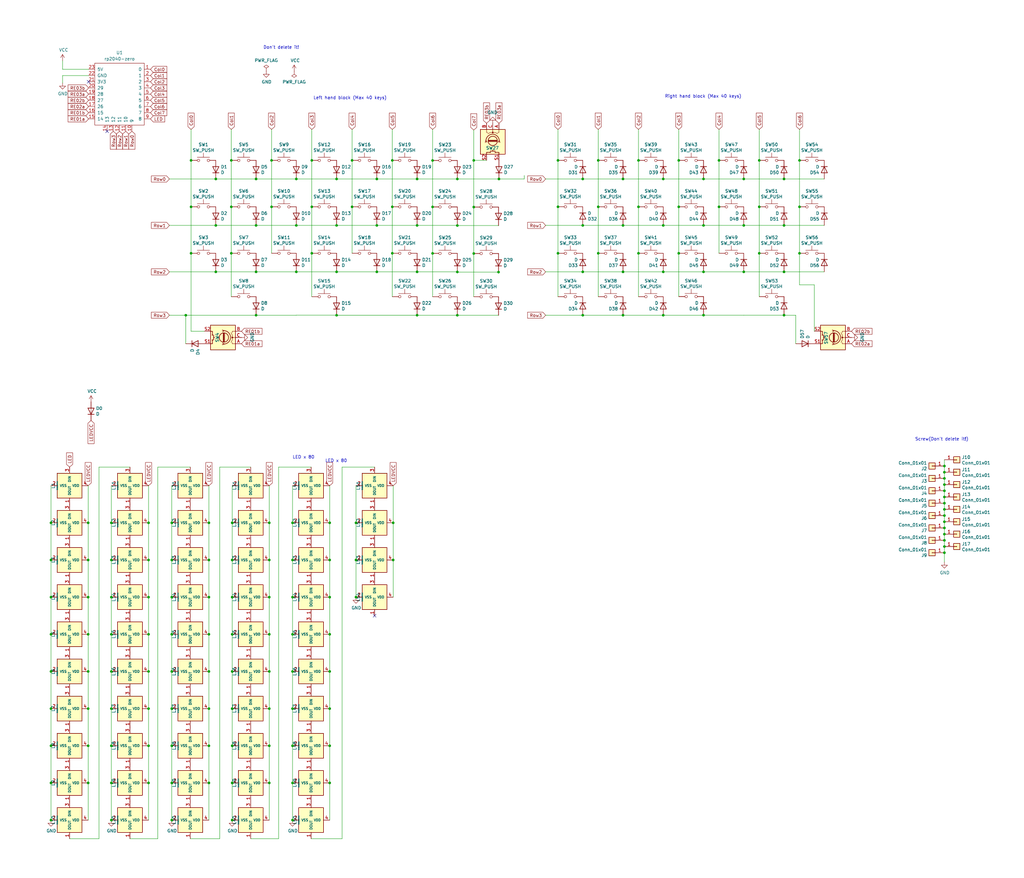
<source format=kicad_sch>
(kicad_sch (version 20231120) (generator "eeschema") (generator_version "8.0")
  (paper "User" 419.989 360.045)
  (junction (at 160.909 84.836))
  (junction (at 105.029 129.286))
  (junction (at 135.2182 290.6324))
  (junction (at 228.854 84.8116))
  (junction (at 105.029 92.456))
  (junction (at 144.399 84.836))
  (junction (at 45.6832 229.6724))
  (junction (at 85.6882 244.9124))
  (junction (at 278.384 65.786))
  (junction (at 94.869 84.836))
  (junction (at 171.069 92.456))
  (junction (at 60.9232 275.3924))
  (junction (at 36.1582 244.9124))
  (junction (at 177.419 84.8727))
  (junction (at 327.914 65.786))
  (junction (at 305.054 73.406))
  (junction (at 36.1582 214.4324))
  (junction (at 154.559 111.506))
  (junction (at 85.6882 229.6724))
  (junction (at 119.9782 275.3924))
  (junction (at 204.47 111.5976))
  (junction (at 194.31 84.9245))
  (junction (at 110.4532 244.9124))
  (junction (at 45.6832 275.3924))
  (junction (at 110.4532 214.4324))
  (junction (at 255.524 92.456))
  (junction (at 20.9182 214.4324))
  (junction (at 20.9182 260.1524))
  (junction (at 288.544 92.456))
  (junction (at 228.854 103.886))
  (junction (at 321.564 111.506))
  (junction (at 387.35 219.075))
  (junction (at 60.9232 260.1524))
  (junction (at 387.35 193.675))
  (junction (at 85.6882 214.4324))
  (junction (at 177.419 65.8196))
  (junction (at 187.579 92.4927))
  (junction (at 387.35 213.995))
  (junction (at 311.404 65.786))
  (junction (at 187.579 111.5458))
  (junction (at 36.1582 305.8724))
  (junction (at 278.384 103.886))
  (junction (at 194.31 65.786))
  (junction (at 60.9232 214.4324))
  (junction (at 144.399 65.786))
  (junction (at 239.014 92.456))
  (junction (at 105.029 111.506))
  (junction (at 187.579 129.2993))
  (junction (at 146.0132 244.9124))
  (junction (at 135.2182 260.1524))
  (junction (at 45.6832 290.6324))
  (junction (at 110.4532 305.8724))
  (junction (at 121.539 73.406))
  (junction (at 387.35 221.615))
  (junction (at 311.404 84.836))
  (junction (at 228.854 65.7848))
  (junction (at 327.914 103.886))
  (junction (at 387.35 216.535))
  (junction (at 239.014 111.506))
  (junction (at 187.579 73.406))
  (junction (at 70.4482 260.1524))
  (junction (at 110.4532 275.3924))
  (junction (at 88.519 111.506))
  (junction (at 95.2132 229.6724))
  (junction (at 85.6882 305.8724))
  (junction (at 88.519 73.406))
  (junction (at 70.4482 305.8724))
  (junction (at 161.2532 214.4324))
  (junction (at 138.049 129.3051))
  (junction (at 387.35 196.215))
  (junction (at 119.9782 244.9124))
  (junction (at 138.049 73.406))
  (junction (at 305.054 92.456))
  (junction (at 387.35 206.375))
  (junction (at 20.9182 336.3524))
  (junction (at 288.544 73.406))
  (junction (at 194.31 103.9776))
  (junction (at 60.9232 229.6724))
  (junction (at 45.6832 305.8724))
  (junction (at 204.6418 73.406))
  (junction (at 20.9182 321.1124))
  (junction (at 111.379 65.786))
  (junction (at 272.034 129.286))
  (junction (at 105.029 73.406))
  (junction (at 119.9782 290.6324))
  (junction (at 85.6882 260.1524))
  (junction (at 45.6832 244.9124))
  (junction (at 95.2132 290.6324))
  (junction (at 255.524 129.286))
  (junction (at 321.564 73.406))
  (junction (at 135.2182 275.3924))
  (junction (at 272.034 73.406))
  (junction (at 154.559 92.456))
  (junction (at 70.4482 290.6324))
  (junction (at 36.1582 275.3924))
  (junction (at 311.404 103.886))
  (junction (at 36.1582 321.1124))
  (junction (at 387.35 224.155))
  (junction (at 261.874 103.886))
  (junction (at 127.889 84.836))
  (junction (at 138.049 92.456))
  (junction (at 387.35 198.755))
  (junction (at 78.359 84.836))
  (junction (at 36.1582 229.6724))
  (junction (at 272.034 111.506))
  (junction (at 321.564 129.2743))
  (junction (at 146.0132 229.6724))
  (junction (at 171.069 111.506))
  (junction (at 20.9182 244.9124))
  (junction (at 387.35 226.695))
  (junction (at 95.2132 305.8724))
  (junction (at 327.914 84.836))
  (junction (at 272.034 92.456))
  (junction (at 60.9232 290.6324))
  (junction (at 95.2132 214.4324))
  (junction (at 85.6882 290.6324))
  (junction (at 121.539 92.456))
  (junction (at 20.9182 290.6324))
  (junction (at 127.889 103.886))
  (junction (at 78.359 65.786))
  (junction (at 288.544 111.506))
  (junction (at 135.2182 305.8724))
  (junction (at 70.4482 321.1124))
  (junction (at 110.4532 229.6724))
  (junction (at 36.1582 290.6324))
  (junction (at 127.889 65.786))
  (junction (at 94.869 65.786))
  (junction (at 36.1582 260.1524))
  (junction (at 94.869 103.886))
  (junction (at 261.874 84.836))
  (junction (at 119.9782 229.6724))
  (junction (at 135.2182 214.4324))
  (junction (at 387.35 208.915))
  (junction (at 161.2532 229.6724))
  (junction (at 70.4482 275.3924))
  (junction (at 245.364 84.836))
  (junction (at 70.4482 336.3524))
  (junction (at 45.6832 214.4324))
  (junction (at 245.364 103.886))
  (junction (at 45.6832 336.3524))
  (junction (at 121.539 111.506))
  (junction (at 119.9782 260.1524))
  (junction (at 20.9182 229.6724))
  (junction (at 60.9232 321.1124))
  (junction (at 95.2132 336.3524))
  (junction (at 76.2 129.286))
  (junction (at 60.9232 244.9124))
  (junction (at 135.2182 229.6724))
  (junction (at 110.4532 260.1524))
  (junction (at 146.0132 214.4324))
  (junction (at 171.069 129.286))
  (junction (at 95.2132 244.9124))
  (junction (at 135.2182 244.9124))
  (junction (at 45.6832 260.1524))
  (junction (at 288.544 129.2564))
  (junction (at 20.9182 275.3924))
  (junction (at 111.379 84.836))
  (junction (at 45.6832 321.1124))
  (junction (at 119.9782 321.1124))
  (junction (at 88.519 92.456))
  (junction (at 177.419 103.9258))
  (junction (at 261.874 65.786))
  (junction (at 160.909 103.886))
  (junction (at 110.4532 321.1124))
  (junction (at 70.4482 244.9124))
  (junction (at 278.384 84.836))
  (junction (at 387.35 203.835))
  (junction (at 135.2182 321.1124))
  (junction (at 387.35 211.455))
  (junction (at 119.9782 214.4324))
  (junction (at 70.4482 214.4324))
  (junction (at 138.049 111.506))
  (junction (at 305.054 111.506))
  (junction (at 85.6882 275.3924))
  (junction (at 160.909 65.786))
  (junction (at 171.069 73.406))
  (junction (at 387.35 191.135))
  (junction (at 119.9782 305.8724))
  (junction (at 110.4532 290.6324))
  (junction (at 321.564 92.456))
  (junction (at 70.4482 229.6724))
  (junction (at 78.359 103.886))
  (junction (at 95.2132 321.1124))
  (junction (at 119.9782 336.3524))
  (junction (at 294.894 84.836))
  (junction (at 245.364 65.786))
  (junction (at 95.2132 260.1524))
  (junction (at 239.014 73.406))
  (junction (at 85.6882 321.1124))
  (junction (at 95.2132 275.3924))
  (junction (at 60.9232 305.8724))
  (junction (at 387.35 201.295))
  (junction (at 154.559 73.406))
  (junction (at 255.524 111.506))
  (junction (at 294.894 65.786))
  (junction (at 20.9182 305.8724))
  (junction (at 239.014 129.286))
  (junction (at 255.524 73.406))
  (no_connect (at 153.6332 252.5324))
  (no_connect (at 36.322 33.528))
  (no_connect (at 43.942 53.848))
  (wire (pts (xy 387.35 213.995) (xy 387.35 216.535)))
  (wire (pts (xy 294.894 84.836) (xy 294.894 103.886)))
  (wire (pts (xy 327.914 84.836) (xy 327.914 103.886)))
  (wire (pts (xy 194.31 65.786) (xy 194.31 84.9245)))
  (wire (pts (xy 387.35 191.135) (xy 387.35 193.675)))
  (wire (pts (xy 85.6882 229.6724) (xy 85.6882 244.9124)))
  (wire (pts (xy 36.1582 229.6724) (xy 36.1582 244.9124)))
  (wire (pts (xy 387.35 211.455) (xy 387.35 213.995)))
  (wire (pts (xy 144.399 84.836) (xy 144.399 103.886)))
  (wire (pts (xy 187.579 92.4927) (xy 204.47 92.4927)))
  (wire (pts (xy 105.029 92.456) (xy 121.539 92.456)))
  (wire (pts (xy 85.6882 305.8724) (xy 85.6882 321.1124)))
  (wire (pts (xy 146.0132 199.1924) (xy 146.0132 214.4324)))
  (wire (pts (xy 36.1582 214.4324) (xy 36.1582 229.6724)))
  (wire (pts (xy 187.579 129.2993) (xy 204.47 129.2993)))
  (wire (pts (xy 20.9182 290.6324) (xy 20.9182 305.8724)))
  (wire (pts (xy 45.6832 199.1924) (xy 45.6832 214.4324)))
  (wire (pts (xy 70.4482 275.3924) (xy 70.4482 290.6324)))
  (wire (pts (xy 110.4532 244.9124) (xy 110.4532 260.1524)))
  (wire (pts (xy 305.054 129.2564) (xy 305.054 129.286)))
  (wire (pts (xy 228.854 103.886) (xy 228.854 121.666)))
  (wire (pts (xy 272.034 129.286) (xy 288.544 129.286)))
  (wire (pts (xy 187.579 111.5976) (xy 204.47 111.5976)))
  (wire (pts (xy 272.034 111.506) (xy 288.544 111.506)))
  (wire (pts (xy 305.054 92.456) (xy 321.564 92.456)))
  (wire (pts (xy 327.914 116.84) (xy 327.914 103.886)))
  (wire (pts (xy 204.47 111.5578) (xy 204.47 111.5976)))
  (wire (pts (xy 36.1582 290.6324) (xy 36.1582 305.8724)))
  (wire (pts (xy 20.9182 321.1124) (xy 20.9182 336.3524)))
  (wire (pts (xy 135.2182 229.6724) (xy 135.2182 244.9124)))
  (wire (pts (xy 160.909 65.786) (xy 160.909 84.836)))
  (wire (pts (xy 45.6832 244.9124) (xy 45.6832 260.1524)))
  (wire (pts (xy 36.1582 244.9124) (xy 36.1582 260.1524)))
  (wire (pts (xy 146.0132 229.6724) (xy 146.0132 244.9124)))
  (wire (pts (xy 119.9782 275.3924) (xy 119.9782 290.6324)))
  (wire (pts (xy 60.9232 321.1124) (xy 60.9232 336.3524)))
  (wire (pts (xy 387.35 196.215) (xy 387.35 198.755)))
  (wire (pts (xy 187.579 92.456) (xy 187.579 92.4927)))
  (wire (pts (xy 278.384 84.836) (xy 278.384 103.886)))
  (wire (pts (xy 387.35 201.295) (xy 387.35 203.835)))
  (wire (pts (xy 20.9182 260.1524) (xy 20.9182 275.3924)))
  (wire (pts (xy 278.384 53.086) (xy 278.384 65.786)))
  (wire (pts (xy 121.539 129.2428) (xy 121.539 129.2893)))
  (wire (pts (xy 278.384 103.886) (xy 278.384 121.6364)))
  (wire (pts (xy 20.9182 244.9124) (xy 20.9182 260.1524)))
  (wire (pts (xy 28.5382 343.9724) (xy 40.6032 343.9724)))
  (wire (pts (xy 327.914 53.086) (xy 327.914 65.786)))
  (wire (pts (xy 204.47 129.2993) (xy 204.47 129.3511)))
  (wire (pts (xy 255.524 92.456) (xy 272.034 92.456)))
  (wire (pts (xy 95.2132 275.3924) (xy 95.2132 290.6324)))
  (wire (pts (xy 154.559 73.406) (xy 171.069 73.406)))
  (wire (pts (xy 85.6882 321.1124) (xy 85.6882 336.3524)))
  (wire (pts (xy 135.2182 214.4324) (xy 135.2182 229.6724)))
  (wire (pts (xy 36.322 28.448) (xy 25.654 28.448)))
  (wire (pts (xy 239.014 129.286) (xy 255.524 129.286)))
  (wire (pts (xy 88.519 111.506) (xy 69.469 111.506)))
  (wire (pts (xy 121.539 111.506) (xy 138.049 111.506)))
  (wire (pts (xy 119.9782 321.1124) (xy 119.9782 336.3524)))
  (wire (pts (xy 88.519 92.456) (xy 105.029 92.456)))
  (wire (pts (xy 95.2132 199.1924) (xy 95.2132 214.4324)))
  (wire (pts (xy 78.359 84.836) (xy 78.359 103.886)))
  (wire (pts (xy 387.35 206.375) (xy 387.35 208.915)))
  (wire (pts (xy 95.2132 229.6724) (xy 95.2132 244.9124)))
  (wire (pts (xy 127.889 53.086) (xy 127.889 65.786)))
  (wire (pts (xy 69.469 129.286) (xy 76.2 129.286)))
  (wire (pts (xy 144.399 65.786) (xy 144.399 84.836)))
  (wire (pts (xy 334.01 135.89) (xy 334.01 116.84)))
  (wire (pts (xy 261.874 103.886) (xy 261.874 121.666)))
  (wire (pts (xy 288.544 129.286) (xy 288.544 129.2564)))
  (wire (pts (xy 305.054 73.406) (xy 321.564 73.406)))
  (wire (pts (xy 110.4532 199.1924) (xy 110.4532 214.4324)))
  (wire (pts (xy 387.35 203.835) (xy 387.35 206.375)))
  (wire (pts (xy 161.2532 199.1924) (xy 161.2532 214.4324)))
  (wire (pts (xy 95.2132 260.1524) (xy 95.2132 275.3924)))
  (wire (pts (xy 60.9232 305.8724) (xy 60.9232 321.1124)))
  (wire (pts (xy 121.539 92.456) (xy 138.049 92.456)))
  (wire (pts (xy 85.6882 260.1524) (xy 85.6882 275.3924)))
  (wire (pts (xy 239.014 73.406) (xy 255.524 73.406)))
  (wire (pts (xy 114.2632 343.9724) (xy 114.2632 191.5724)))
  (wire (pts (xy 36.322 30.988) (xy 25.654 30.988)))
  (wire (pts (xy 288.544 111.506) (xy 305.054 111.506)))
  (wire (pts (xy 40.6032 191.5724) (xy 53.3032 191.5724)))
  (wire (pts (xy 334.01 116.84) (xy 327.914 116.84)))
  (wire (pts (xy 177.419 84.8727) (xy 177.419 103.9258)))
  (wire (pts (xy 135.2182 244.9124) (xy 135.2182 260.1524)))
  (wire (pts (xy 138.049 73.406) (xy 154.559 73.406)))
  (wire (pts (xy 387.35 208.915) (xy 387.35 211.455)))
  (wire (pts (xy 45.6832 321.1124) (xy 45.6832 336.3524)))
  (wire (pts (xy 140.2982 343.9724) (xy 140.2982 191.5724)))
  (wire (pts (xy 245.364 65.786) (xy 245.364 84.836)))
  (wire (pts (xy 85.6882 199.1924) (xy 85.6882 214.4324)))
  (wire (pts (xy 88.519 73.406) (xy 69.469 73.406)))
  (wire (pts (xy 135.2182 260.1524) (xy 135.2182 275.3924)))
  (wire (pts (xy 161.2532 214.4324) (xy 161.2532 229.6724)))
  (wire (pts (xy 83.82 135.89) (xy 78.359 135.89)))
  (wire (pts (xy 387.35 224.155) (xy 387.35 226.695)))
  (wire (pts (xy 110.4532 321.1124) (xy 110.4532 336.3524)))
  (wire (pts (xy 94.869 84.836) (xy 94.869 103.886)))
  (wire (pts (xy 60.9232 275.3924) (xy 60.9232 290.6324)))
  (wire (pts (xy 135.2182 199.1924) (xy 135.2182 214.4324)))
  (wire (pts (xy 70.4482 321.1124) (xy 70.4482 336.3524)))
  (wire (pts (xy 144.399 53.086) (xy 144.399 65.786)))
  (wire (pts (xy 161.2532 229.6724) (xy 161.2532 244.9124)))
  (wire (pts (xy 25.654 28.448) (xy 25.654 24.892)))
  (wire (pts (xy 138.049 92.456) (xy 154.559 92.456)))
  (wire (pts (xy 88.519 92.456) (xy 69.469 92.456)))
  (wire (pts (xy 94.869 65.786) (xy 94.869 84.836)))
  (wire (pts (xy 215.0271 71.9558) (xy 215.0271 73.406)))
  (wire (pts (xy 288.544 92.456) (xy 305.054 92.456)))
  (wire (pts (xy 121.539 73.406) (xy 138.049 73.406)))
  (wire (pts (xy 70.4482 290.6324) (xy 70.4482 305.8724)))
  (wire (pts (xy 138.049 111.506) (xy 154.559 111.506)))
  (wire (pts (xy 20.9182 305.8724) (xy 20.9182 321.1124)))
  (wire (pts (xy 53.3032 343.9724) (xy 64.7332 343.9724)))
  (wire (pts (xy 76.2 140.97) (xy 76.2 129.286)))
  (wire (pts (xy 78.359 53.086) (xy 78.359 65.786)))
  (wire (pts (xy 111.379 65.786) (xy 111.379 84.836)))
  (wire (pts (xy 105.029 111.506) (xy 121.539 111.506)))
  (wire (pts (xy 78.0682 343.9724) (xy 90.1332 343.9724)))
  (wire (pts (xy 70.4482 244.9124) (xy 70.4482 260.1524)))
  (wire (pts (xy 228.854 84.8116) (xy 228.854 103.886)))
  (wire (pts (xy 311.404 84.836) (xy 311.404 103.886)))
  (wire (pts (xy 105.029 129.286) (xy 121.539 129.286)))
  (wire (pts (xy 387.35 193.675) (xy 387.35 196.215)))
  (wire (pts (xy 177.419 65.8196) (xy 177.419 84.8727)))
  (wire (pts (xy 305.054 111.506) (xy 321.564 111.506)))
  (wire (pts (xy 327.914 65.786) (xy 327.914 84.836)))
  (wire (pts (xy 60.9232 260.1524) (xy 60.9232 275.3924)))
  (wire (pts (xy 321.564 111.506) (xy 338.074 111.506)))
  (wire (pts (xy 127.5982 343.9724) (xy 140.2982 343.9724)))
  (wire (pts (xy 187.579 73.406) (xy 204.6418 73.406)))
  (wire (pts (xy 45.6832 275.3924) (xy 45.6832 290.6324)))
  (wire (pts (xy 245.364 103.886) (xy 245.364 121.666)))
  (wire (pts (xy 138.049 129.3051) (xy 171.069 129.3051)))
  (wire (pts (xy 114.2632 191.5724) (xy 127.5982 191.5724)))
  (wire (pts (xy 255.524 73.406) (xy 272.034 73.406)))
  (wire (pts (xy 121.539 129.2428) (xy 138.049 129.2428)))
  (wire (pts (xy 70.4482 214.4324) (xy 70.4482 229.6724)))
  (wire (pts (xy 140.2982 191.5724) (xy 153.6332 191.5724)))
  (wire (pts (xy 90.1332 343.9724) (xy 90.1332 191.5724)))
  (wire (pts (xy 85.6882 290.6324) (xy 85.6882 305.8724)))
  (wire (pts (xy 36.1582 275.3924) (xy 36.1582 290.6324)))
  (wire (pts (xy 60.9232 214.4324) (xy 60.9232 229.6724)))
  (wire (pts (xy 294.894 53.086) (xy 294.894 65.786)))
  (wire (pts (xy 228.854 65.7848) (xy 228.854 84.8116)))
  (wire (pts (xy 387.35 219.075) (xy 387.35 221.615)))
  (wire (pts (xy 45.6832 290.6324) (xy 45.6832 305.8724)))
  (wire (pts (xy 187.579 73.406) (xy 187.579 73.4396)))
  (wire (pts (xy 78.359 65.786) (xy 78.359 84.836)))
  (wire (pts (xy 70.4482 260.1524) (xy 70.4482 275.3924)))
  (wire (pts (xy 20.9182 275.3924) (xy 20.9182 290.6324)))
  (wire (pts (xy 171.1215 129.2428) (xy 171.1215 129.286)))
  (wire (pts (xy 187.579 111.506) (xy 187.579 111.5458)))
  (wire (pts (xy 70.4482 229.6724) (xy 70.4482 244.9124)))
  (wire (pts (xy 154.559 92.456) (xy 171.069 92.456)))
  (wire (pts (xy 110.4532 214.4324) (xy 110.4532 229.6724)))
  (wire (pts (xy 194.31 84.9245) (xy 194.31 103.9776)))
  (wire (pts (xy 110.4532 305.8724) (xy 110.4532 321.1124)))
  (wire (pts (xy 94.869 103.886) (xy 94.869 121.666)))
  (wire (pts (xy 40.6032 343.9724) (xy 40.6032 191.5724)))
  (wire (pts (xy 239.014 73.406) (xy 239.014 73.4048)))
  (wire (pts (xy 261.874 65.786) (xy 261.874 84.836)))
  (wire (pts (xy 36.1582 305.8724) (xy 36.1582 321.1124)))
  (wire (pts (xy 60.9232 244.9124) (xy 60.9232 260.1524)))
  (wire (pts (xy 194.31 53.34) (xy 194.31 65.786)))
  (wire (pts (xy 311.404 53.086) (xy 311.404 65.786)))
  (wire (pts (xy 204.6418 73.406) (xy 215.0271 73.406)))
  (wire (pts (xy 119.9782 214.4324) (xy 119.9782 229.6724)))
  (wire (pts (xy 311.404 103.886) (xy 311.404 121.6543)))
  (wire (pts (xy 387.35 216.535) (xy 387.35 219.075)))
  (wire (pts (xy 94.869 53.086) (xy 94.869 65.786)))
  (wire (pts (xy 64.7332 343.9724) (xy 64.7332 191.5724)))
  (wire (pts (xy 154.559 111.506) (xy 171.069 111.506)))
  (wire (pts (xy 261.874 53.086) (xy 261.874 65.786)))
  (wire (pts (xy 88.519 111.506) (xy 105.029 111.506)))
  (wire (pts (xy 127.889 103.886) (xy 127.889 121.6851)))
  (wire (pts (xy 171.069 129.286) (xy 187.579 129.286)))
  (wire (pts (xy 85.6882 214.4324) (xy 85.6882 229.6724)))
  (wire (pts (xy 60.9232 290.6324) (xy 60.9232 305.8724)))
  (wire (pts (xy 95.2132 214.4324) (xy 95.2132 229.6724)))
  (wire (pts (xy 387.35 198.755) (xy 387.35 201.295)))
  (wire (pts (xy 294.894 65.786) (xy 294.894 84.836)))
  (wire (pts (xy 171.069 129.3051) (xy 171.069 129.286)))
  (wire (pts (xy 111.379 84.836) (xy 111.379 103.886)))
  (wire (pts (xy 110.4532 229.6724) (xy 110.4532 244.9124)))
  (wire (pts (xy 119.9782 305.8724) (xy 119.9782 321.1124)))
  (wire (pts (xy 187.579 129.286) (xy 187.579 129.2993)))
  (wire (pts (xy 387.35 188.595) (xy 387.35 191.135)))
  (wire (pts (xy 245.364 84.836) (xy 245.364 103.886)))
  (wire (pts (xy 255.524 111.506) (xy 272.034 111.506)))
  (wire (pts (xy 111.379 53.086) (xy 111.379 65.786)))
  (wire (pts (xy 105.029 73.406) (xy 121.539 73.406)))
  (wire (pts (xy 171.069 92.456) (xy 187.579 92.456)))
  (wire (pts (xy 177.419 103.9258) (xy 177.419 121.6793)))
  (wire (pts (xy 70.4482 305.8724) (xy 70.4482 321.1124)))
  (wire (pts (xy 76.2 129.286) (xy 105.029 129.286)))
  (wire (pts (xy 119.9782 260.1524) (xy 119.9782 275.3924)))
  (wire (pts (xy 36.1582 260.1524) (xy 36.1582 275.3924)))
  (wire (pts (xy 45.6832 260.1524) (xy 45.6832 275.3924)))
  (wire (pts (xy 223.774 129.286) (xy 239.014 129.286)))
  (wire (pts (xy 60.9232 229.6724) (xy 60.9232 244.9124)))
  (wire (pts (xy 278.384 65.786) (xy 278.384 84.836)))
  (wire (pts (xy 160.909 103.886) (xy 160.909 121.666)))
  (wire (pts (xy 135.2182 275.3924) (xy 135.2182 290.6324)))
  (wire (pts (xy 110.4532 260.1524) (xy 110.4532 275.3924)))
  (wire (pts (xy 45.6832 305.8724) (xy 45.6832 321.1124)))
  (wire (pts (xy 321.564 129.2564) (xy 321.564 129.2743)))
  (wire (pts (xy 288.544 73.406) (xy 305.054 73.406)))
  (wire (pts (xy 135.2182 321.1124) (xy 135.2182 336.3524)))
  (wire (pts (xy 127.889 65.786) (xy 127.889 84.836)))
  (wire (pts (xy 95.2132 244.9124) (xy 95.2132 260.1524)))
  (wire (pts (xy 78.359 135.89) (xy 78.359 103.886)))
  (wire (pts (xy 321.564 92.456) (xy 338.074 92.456)))
  (wire (pts (xy 160.909 84.836) (xy 160.909 103.886)))
  (wire (pts (xy 387.35 226.695) (xy 387.35 230.505)))
  (wire (pts (xy 311.404 65.786) (xy 311.404 84.836)))
  (wire (pts (xy 194.31 65.786) (xy 199.5618 65.786)))
  (wire (pts (xy 90.1332 191.5724) (xy 102.8332 191.5724)))
  (wire (pts (xy 110.4532 290.6324) (xy 110.4532 305.8724)))
  (wire (pts (xy 70.4482 199.1924) (xy 70.4482 214.4324)))
  (wire (pts (xy 20.9182 199.1924) (xy 20.9182 214.4324)))
  (wire (pts (xy 102.8332 343.9724) (xy 114.2632 343.9724)))
  (wire (pts (xy 239.014 92.456) (xy 239.014 92.4316)))
  (wire (pts (xy 204.47 92.4927) (xy 204.47 92.5445)))
  (wire (pts (xy 160.909 53.086) (xy 160.909 65.786)))
  (wire (pts (xy 387.35 221.615) (xy 387.35 224.155)))
  (wire (pts (xy 223.774 92.456) (xy 239.014 92.456)))
  (wire (pts (xy 85.6882 275.3924) (xy 85.6882 290.6324)))
  (wire (pts (xy 187.579 111.5458) (xy 187.579 111.5976)))
  (wire (pts (xy 223.774 73.406) (xy 239.014 73.406)))
  (wire (pts (xy 171.069 73.406) (xy 187.579 73.406)))
  (wire (pts (xy 25.654 30.988) (xy 25.654 34.036)))
  (wire (pts (xy 95.2132 321.1124) (xy 95.2132 336.3524)))
  (wire (pts (xy 255.524 129.286) (xy 272.034 129.286)))
  (wire (pts (xy 36.1582 199.1924) (xy 36.1582 214.4324)))
  (wire (pts (xy 171.069 111.506) (xy 187.579 111.506)))
  (wire (pts (xy 20.9182 214.4324) (xy 20.9182 229.6724)))
  (wire (pts (xy 194.31 103.9776) (xy 194.31 121.7311)))
  (wire (pts (xy 228.854 53.086) (xy 228.854 65.7848)))
  (wire (pts (xy 146.0132 214.4324) (xy 146.0132 229.6724)))
  (wire (pts (xy 288.544 129.2564) (xy 321.564 129.2564)))
  (wire (pts (xy 119.9782 229.6724) (xy 119.9782 244.9124)))
  (wire (pts (xy 177.419 53.086) (xy 177.419 65.8196)))
  (wire (pts (xy 119.9782 244.9124) (xy 119.9782 260.1524)))
  (wire (pts (xy 245.364 53.086) (xy 245.364 65.786)))
  (wire (pts (xy 95.2132 305.8724) (xy 95.2132 321.1124)))
  (wire (pts (xy 110.4532 275.3924) (xy 110.4532 290.6324)))
  (wire (pts (xy 119.9782 290.6324) (xy 119.9782 305.8724)))
  (wire (pts (xy 326.39 129.2743) (xy 321.564 129.2743)))
  (wire (pts (xy 64.7332 191.5724) (xy 78.0682 191.5724)))
  (wire (pts (xy 88.519 73.406) (xy 105.029 73.406)))
  (wire (pts (xy 239.014 92.456) (xy 255.524 92.456)))
  (wire (pts (xy 85.6882 244.9124) (xy 85.6882 260.1524)))
  (wire (pts (xy 60.9232 199.1924) (xy 60.9232 214.4324)))
  (wire (pts (xy 45.6832 214.4324) (xy 45.6832 229.6724)))
  (wire (pts (xy 36.1582 321.1124) (xy 36.1582 336.3524)))
  (wire (pts (xy 135.2182 305.8724) (xy 135.2182 321.1124)))
  (wire (pts (xy 239.014 111.506) (xy 255.524 111.506)))
  (wire (pts (xy 119.9782 199.1924) (xy 119.9782 214.4324)))
  (wire (pts (xy 272.034 92.456) (xy 288.544 92.456)))
  (wire (pts (xy 127.889 84.836) (xy 127.889 103.886)))
  (wire (pts (xy 223.774 111.506) (xy 239.014 111.506)))
  (wire (pts (xy 95.2132 290.6324) (xy 95.2132 305.8724)))
  (wire (pts (xy 138.049 129.2428) (xy 138.049 129.3051)))
  (wire (pts (xy 261.874 84.836) (xy 261.874 103.886)))
  (wire (pts (xy 45.6832 229.6724) (xy 45.6832 244.9124)))
  (wire (pts (xy 135.2182 290.6324) (xy 135.2182 305.8724)))
  (wire (pts (xy 326.39 140.97) (xy 326.39 129.2743)))
  (wire (pts (xy 321.564 73.406) (xy 338.074 73.406)))
  (wire (pts (xy 272.034 73.406) (xy 288.544 73.406)))
  (wire (pts (xy 20.9182 229.6724) (xy 20.9182 244.9124)))
  (text "LED x 80" (at 119.9782 188.3974 0) (effects (font (size 1.27 1.27)) (justify left bottom)))
  (text "Left hand block (Max 40 keys)" (at 128.524 41.021 0) (effects (font (size 1.27 1.27)) (justify left bottom)))
  (text "Screw(Don't delete it!)" (at 375.285 180.975 0) (effects (font (size 1.27 1.27)) (justify left bottom)))
  (text "LED x 80" (at 133.35 189.865 0) (effects (font (size 1.27 1.27)) (justify left bottom)))
  (text "Don't delete it!" (at 107.95 20.32 0) (effects (font (size 1.27 1.27)) (justify left bottom)))
  (text "Right hand block (Max 40 keys)" (at 272.669 40.386 0) (effects (font (size 1.27 1.27)) (justify left bottom)))
  (global_label "Row1" (shape input) (at 69.469 92.456 180) (property "Intersheetrefs" "${INTERSHEET_REFS}" (effects (hide yes))))
  (global_label "Col3" (shape input) (at 61.722 36.068 0) (property "Intersheetrefs" "${INTERSHEET_REFS}" (effects (hide yes))))
  (global_label "Col3" (shape input) (at 278.384 53.086 90) (property "Intersheetrefs" "${INTERSHEET_REFS}" (effects (hide yes))))
  (global_label "LED" (shape input) (at 61.722 48.768 0) (property "Intersheetrefs" "${INTERSHEET_REFS}" (effects (hide yes))))
  (global_label "Row0" (shape input) (at 69.469 73.406 180) (property "Intersheetrefs" "${INTERSHEET_REFS}" (effects (hide yes))))
  (global_label "LEDVCC" (shape input) (at 36.1582 199.1924 90) (property "Intersheetrefs" "${INTERSHEET_REFS}" (effects (hide yes))))
  (global_label "Col0" (shape input) (at 61.722 28.448 0) (property "Intersheetrefs" "${INTERSHEET_REFS}" (effects (hide yes))))
  (global_label "Col0" (shape input) (at 78.359 53.086 90) (property "Intersheetrefs" "${INTERSHEET_REFS}" (effects (hide yes))))
  (global_label "Col5" (shape input) (at 61.722 41.148 0) (property "Intersheetrefs" "${INTERSHEET_REFS}" (effects (hide yes))))
  (global_label "RE03a" (shape input) (at 36.322 38.608 180) (property "Intersheetrefs" "${INTERSHEET_REFS}" (effects (hide yes))))
  (global_label "LEDVCC" (shape input) (at 37.338 172.466 270) (property "Intersheetrefs" "${INTERSHEET_REFS}" (effects (hide yes))))
  (global_label "Col4" (shape input) (at 61.722 38.608 0) (property "Intersheetrefs" "${INTERSHEET_REFS}" (effects (hide yes))))
  (global_label "Row0" (shape input) (at 223.774 73.406 180) (property "Intersheetrefs" "${INTERSHEET_REFS}" (effects (hide yes))))
  (global_label "RE01b" (shape input) (at 99.06 135.89 0) (property "Intersheetrefs" "${INTERSHEET_REFS}" (effects (hide yes))))
  (global_label "Col6" (shape input) (at 327.914 53.086 90) (property "Intersheetrefs" "${INTERSHEET_REFS}" (effects (hide yes))))
  (global_label "Row3" (shape input) (at 46.482 53.848 270) (property "Intersheetrefs" "${INTERSHEET_REFS}" (effects (hide yes))))
  (global_label "Col7" (shape input) (at 61.722 46.228 0) (property "Intersheetrefs" "${INTERSHEET_REFS}" (effects (hide yes))))
  (global_label "RE02b" (shape input) (at 36.322 41.148 180) (property "Intersheetrefs" "${INTERSHEET_REFS}" (effects (hide yes))))
  (global_label "Col2" (shape input) (at 61.722 33.528 0) (property "Intersheetrefs" "${INTERSHEET_REFS}" (effects (hide yes))))
  (global_label "Col1" (shape input) (at 94.869 53.086 90) (property "Intersheetrefs" "${INTERSHEET_REFS}" (effects (hide yes))))
  (global_label "LED" (shape input) (at 28.5382 191.5724 90) (property "Intersheetrefs" "${INTERSHEET_REFS}" (effects (hide yes))))
  (global_label "RE02a" (shape input) (at 36.322 43.688 180) (property "Intersheetrefs" "${INTERSHEET_REFS}" (effects (hide yes))))
  (global_label "Col7" (shape input) (at 194.31 53.34 90) (property "Intersheetrefs" "${INTERSHEET_REFS}" (effects (hide yes))))
  (global_label "Col0" (shape input) (at 228.854 53.086 90) (property "Intersheetrefs" "${INTERSHEET_REFS}" (effects (hide yes))))
  (global_label "LEDVCC" (shape input) (at 85.6882 199.1924 90) (property "Intersheetrefs" "${INTERSHEET_REFS}" (effects (hide yes))))
  (global_label "RE02a" (shape input) (at 349.25 140.97 0) (property "Intersheetrefs" "${INTERSHEET_REFS}" (effects (hide yes))))
  (global_label "Col2" (shape input) (at 111.379 53.086 90) (property "Intersheetrefs" "${INTERSHEET_REFS}" (effects (hide yes))))
  (global_label "LEDVCC" (shape input) (at 135.2182 199.1924 90) (property "Intersheetrefs" "${INTERSHEET_REFS}" (effects (hide yes))))
  (global_label "LEDVCC" (shape input) (at 110.4532 199.1924 90) (property "Intersheetrefs" "${INTERSHEET_REFS}" (effects (hide yes))))
  (global_label "Col5" (shape input) (at 311.404 53.086 90) (property "Intersheetrefs" "${INTERSHEET_REFS}" (effects (hide yes))))
  (global_label "Row3" (shape input) (at 69.469 129.286 180) (property "Intersheetrefs" "${INTERSHEET_REFS}" (effects (hide yes))))
  (global_label "RE03a" (shape input) (at 204.6418 50.546 90) (property "Intersheetrefs" "${INTERSHEET_REFS}" (effects (hide yes))))
  (global_label "LEDVCC" (shape input) (at 60.9232 199.1924 90) (property "Intersheetrefs" "${INTERSHEET_REFS}" (effects (hide yes))))
  (global_label "Row0" (shape input) (at 54.102 53.848 270) (property "Intersheetrefs" "${INTERSHEET_REFS}" (effects (hide yes))))
  (global_label "RE01b" (shape input) (at 36.322 46.228 180) (property "Intersheetrefs" "${INTERSHEET_REFS}" (effects (hide yes))))
  (global_label "Col1" (shape input) (at 61.722 30.988 0) (property "Intersheetrefs" "${INTERSHEET_REFS}" (effects (hide yes))))
  (global_label "RE03b" (shape input) (at 36.322 36.068 180) (property "Intersheetrefs" "${INTERSHEET_REFS}" (effects (hide yes))))
  (global_label "Row2" (shape input) (at 49.022 53.848 270) (property "Intersheetrefs" "${INTERSHEET_REFS}" (effects (hide yes))))
  (global_label "Col3" (shape input) (at 127.889 53.086 90) (property "Intersheetrefs" "${INTERSHEET_REFS}" (effects (hide yes))))
  (global_label "Col5" (shape input) (at 160.909 53.086 90) (property "Intersheetrefs" "${INTERSHEET_REFS}" (effects (hide yes))))
  (global_label "Col4" (shape input) (at 294.894 53.086 90) (property "Intersheetrefs" "${INTERSHEET_REFS}" (effects (hide yes))))
  (global_label "Row2" (shape input) (at 69.469 111.506 180) (property "Intersheetrefs" "${INTERSHEET_REFS}" (effects (hide yes))))
  (global_label "Col4" (shape input) (at 144.399 53.086 90) (property "Intersheetrefs" "${INTERSHEET_REFS}" (effects (hide yes))))
  (global_label "Row2" (shape input) (at 223.774 111.506 180) (property "Intersheetrefs" "${INTERSHEET_REFS}" (effects (hide yes))))
  (global_label "RE01a" (shape input) (at 99.06 140.97 0) (property "Intersheetrefs" "${INTERSHEET_REFS}" (effects (hide yes))))
  (global_label "LEDVCC" (shape input) (at 161.2532 199.1924 90) (property "Intersheetrefs" "${INTERSHEET_REFS}" (effects (hide yes))))
  (global_label "RE03b" (shape input) (at 199.5618 50.546 90) (property "Intersheetrefs" "${INTERSHEET_REFS}" (effects (hide yes))))
  (global_label "Row1" (shape input) (at 51.562 53.848 270) (property "Intersheetrefs" "${INTERSHEET_REFS}" (effects (hide yes))))
  (global_label "RE02b" (shape input) (at 349.25 135.89 0) (property "Intersheetrefs" "${INTERSHEET_REFS}" (effects (hide yes))))
  (global_label "Col2" (shape input) (at 261.874 53.086 90) (property "Intersheetrefs" "${INTERSHEET_REFS}" (effects (hide yes))))
  (global_label "Col6" (shape input) (at 177.419 53.086 90) (property "Intersheetrefs" "${INTERSHEET_REFS}" (effects (hide yes))))
  (global_label "Row1" (shape input) (at 223.774 92.456 180) (property "Intersheetrefs" "${INTERSHEET_REFS}" (effects (hide yes))))
  (global_label "Row3" (shape input) (at 223.774 129.286 180) (property "Intersheetrefs" "${INTERSHEET_REFS}" (effects (hide yes))))
  (global_label "Col1" (shape input) (at 245.364 53.086 90) (property "Intersheetrefs" "${INTERSHEET_REFS}" (effects (hide yes))))
  (global_label "Col6" (shape input) (at 61.722 43.688 0) (property "Intersheetrefs" "${INTERSHEET_REFS}" (effects (hide yes))))
  (global_label "RE01a" (shape input) (at 36.322 48.768 180) (property "Intersheetrefs" "${INTERSHEET_REFS}" (effects (hide yes))))
  (symbol (lib_id "power:PWR_FLAG") (at 109.22 29.21 0) (unit 1)
    (property "Reference" "#FLG01" (effects (hide yes)))
    (property "Value" "PWR_FLAG" (at 109.22 24.7904 0))
  )
  (symbol (lib_id "power:PWR_FLAG") (at 120.65 29.21 180) (unit 1)
    (property "Reference" "#FLG02" (effects (hide yes)))
    (property "Value" "PWR_FLAG" (at 120.65 33.6042 0))
  )
  (symbol (lib_id "power:GND") (at 109.22 29.21 0) (unit 1)
    (property "Reference" "#PWR010" (effects (hide yes)))
    (property "Value" "GND" (at 109.347 33.6042 0))
  )
  (symbol (lib_id "power:VCC") (at 120.65 29.21 0) (unit 1)
    (property "Reference" "#PWR012" (effects (hide yes)))
    (property "Value" "VCC" (at 121.0818 24.8158 0))
  )
  (symbol (lib_id "Switch:SW_Push") (at 99.949 65.786 0) (unit 1)
    (property "Reference" "SW5" (at 99.949 59.309 0))
    (property "Value" "SW_PUSH" (at 99.949 61.6204 0))
    (property "Footprint" "kbd_SW:Choc_v2_Hotswap_1u" (effects (hide yes)))
  )
  (symbol (lib_id "Switch:SW_Push") (at 83.439 65.786 0) (unit 1)
    (property "Reference" "SW1" (at 83.439 59.309 0))
    (property "Value" "SW_PUSH" (at 83.439 61.6204 0))
    (property "Footprint" "kbd_SW:Choc_v2_Hotswap_1u" (effects (hide yes)))
  )
  (symbol (lib_id "Switch:SW_Push") (at 83.439 84.836 0) (unit 1)
    (property "Reference" "SW2" (at 83.439 78.359 0))
    (property "Value" "SW_PUSH" (at 83.439 80.6704 0))
    (property "Footprint" "kbd_SW:Choc_v2_Hotswap_1u" (effects (hide yes)))
  )
  (symbol (lib_id "Switch:SW_Push") (at 99.949 84.836 0) (unit 1)
    (property "Reference" "SW6" (at 99.949 78.359 0))
    (property "Value" "SW_PUSH" (at 99.949 80.6704 0))
    (property "Footprint" "kbd_SW:Choc_v2_Hotswap_1u" (effects (hide yes)))
  )
  (symbol (lib_id "Device:D") (at 88.519 69.596 90) (unit 1)
    (property "Reference" "D1" (at 90.5256 68.4276 90) (effects (justify right)))
    (property "Value" "D" (at 90.5256 70.739 90) (effects (justify right)))
    (property "Footprint" "kbd_Parts:Diode_SMD" (effects (hide yes)))
  )
  (symbol (lib_id "Device:D") (at 105.029 69.596 90) (unit 1)
    (property "Reference" "D5" (at 107.0356 68.4276 90) (effects (justify right)))
    (property "Value" "D" (at 107.0356 70.739 90) (effects (justify right)))
    (property "Footprint" "kbd_Parts:Diode_SMD" (effects (hide yes)))
  )
  (symbol (lib_id "Device:D") (at 105.029 88.646 90) (unit 1)
    (property "Reference" "D6" (at 107.0356 87.4776 90) (effects (justify right)))
    (property "Value" "D" (at 107.0356 89.789 90) (effects (justify right)))
    (property "Footprint" "kbd_Parts:Diode_SMD" (effects (hide yes)))
  )
  (symbol (lib_id "Device:D") (at 88.519 88.646 90) (unit 1)
    (property "Reference" "D2" (at 90.5256 87.4776 90) (effects (justify right)))
    (property "Value" "D" (at 90.5256 89.789 90) (effects (justify right)))
    (property "Footprint" "kbd_Parts:Diode_SMD" (effects (hide yes)))
  )
  (symbol (lib_id "Switch:SW_Push") (at 132.969 65.786 0) (unit 1)
    (property "Reference" "SW12" (at 132.969 59.309 0))
    (property "Value" "SW_PUSH" (at 132.969 61.6204 0))
    (property "Footprint" "kbd_SW:Choc_v2_Hotswap_1u" (effects (hide yes)))
  )
  (symbol (lib_id "Switch:SW_Push") (at 149.479 65.786 0) (unit 1)
    (property "Reference" "SW16" (at 149.479 59.309 0))
    (property "Value" "SW_PUSH" (at 149.479 61.6204 0))
    (property "Footprint" "kbd_SW:Choc_v2_Hotswap_1u" (effects (hide yes)))
  )
  (symbol (lib_id "Switch:SW_Push") (at 165.989 65.786 0) (unit 1)
    (property "Reference" "SW19" (at 165.989 59.309 0))
    (property "Value" "SW_PUSH" (at 165.989 61.6204 0))
    (property "Footprint" "kbd_SW:Choc_v2_Hotswap_1u" (effects (hide yes)))
  )
  (symbol (lib_id "Switch:SW_Push") (at 116.459 65.786 0) (unit 1)
    (property "Reference" "SW9" (at 116.459 59.309 0))
    (property "Value" "SW_PUSH" (at 116.459 61.6204 0))
    (property "Footprint" "kbd_SW:Choc_v2_Hotswap_1u" (effects (hide yes)))
  )
  (symbol (lib_id "Switch:SW_Push") (at 132.969 103.886 0) (unit 1)
    (property "Reference" "SW14" (at 132.969 97.409 0))
    (property "Value" "SW_PUSH" (at 132.969 99.7204 0))
    (property "Footprint" "kbd_SW:Choc_v2_Hotswap_1u" (effects (hide yes)))
  )
  (symbol (lib_id "Switch:SW_Push") (at 132.969 84.836 0) (unit 1)
    (property "Reference" "SW13" (at 132.969 78.359 0))
    (property "Value" "SW_PUSH" (at 132.969 80.6704 0))
    (property "Footprint" "kbd_SW:Choc_v2_Hotswap_1u" (effects (hide yes)))
  )
  (symbol (lib_id "Switch:SW_Push") (at 149.479 84.836 0) (unit 1)
    (property "Reference" "SW17" (at 149.479 78.359 0))
    (property "Value" "SW_PUSH" (at 149.479 80.6704 0))
    (property "Footprint" "kbd_SW:Choc_v2_Hotswap_1u" (effects (hide yes)))
  )
  (symbol (lib_id "Switch:SW_Push") (at 165.989 84.836 0) (unit 1)
    (property "Reference" "SW20" (at 165.989 78.359 0))
    (property "Value" "SW_PUSH" (at 165.989 80.6704 0))
    (property "Footprint" "kbd_SW:Choc_v2_Hotswap_1u" (effects (hide yes)))
  )
  (symbol (lib_id "Switch:SW_Push") (at 116.459 84.836 0) (unit 1)
    (property "Reference" "SW10" (at 116.459 78.359 0))
    (property "Value" "SW_PUSH" (at 116.459 80.6704 0))
    (property "Footprint" "kbd_SW:Choc_v2_Hotswap_1u" (effects (hide yes)))
  )
  (symbol (lib_id "Switch:SW_Push") (at 83.439 103.886 0) (unit 1)
    (property "Reference" "SW3" (at 83.439 97.409 0))
    (property "Value" "SW_PUSH" (at 83.439 99.7204 0))
    (property "Footprint" "kbd_SW:Choc_v2_Hotswap_1u" (effects (hide yes)))
  )
  (symbol (lib_id "Switch:SW_Push") (at 99.949 103.886 0) (unit 1)
    (property "Reference" "SW7" (at 99.949 97.409 0))
    (property "Value" "SW_PUSH" (at 99.949 99.7204 0))
    (property "Footprint" "kbd_SW:Choc_v2_Hotswap_1u" (effects (hide yes)))
  )
  (symbol (lib_id "Switch:SW_Push") (at 116.459 103.886 0) (unit 1)
    (property "Reference" "SW11" (at 116.459 97.409 0))
    (property "Value" "SW_PUSH" (at 116.459 99.7204 0))
    (property "Footprint" "kbd_SW:Choc_v2_Hotswap_1u" (effects (hide yes)))
  )
  (symbol (lib_id "Switch:SW_Push") (at 149.479 103.886 0) (unit 1)
    (property "Reference" "SW18" (at 149.479 97.409 0))
    (property "Value" "SW_PUSH" (at 149.479 99.7204 0))
    (property "Footprint" "kbd_SW:Choc_v2_Hotswap_1u" (effects (hide yes)))
  )
  (symbol (lib_id "Switch:SW_Push") (at 165.989 103.886 0) (unit 1)
    (property "Reference" "SW21" (at 165.989 97.409 0))
    (property "Value" "SW_PUSH" (at 165.989 99.7204 0))
    (property "Footprint" "kbd_SW:Choc_v2_Hotswap_1u" (effects (hide yes)))
  )
  (symbol (lib_id "Device:D") (at 121.539 69.596 90) (unit 1)
    (property "Reference" "D9" (at 123.5456 68.4276 90) (effects (justify right)))
    (property "Value" "D" (at 123.5456 70.739 90) (effects (justify right)))
    (property "Footprint" "kbd_Parts:Diode_SMD" (effects (hide yes)))
  )
  (symbol (lib_id "Device:D") (at 138.049 69.596 90) (unit 1)
    (property "Reference" "D12" (at 140.0556 68.4276 90) (effects (justify right)))
    (property "Value" "D" (at 140.0556 70.739 90) (effects (justify right)))
    (property "Footprint" "kbd_Parts:Diode_SMD" (effects (hide yes)))
  )
  (symbol (lib_id "Device:D") (at 154.559 69.596 90) (unit 1)
    (property "Reference" "D16" (at 156.5656 68.4276 90) (effects (justify right)))
    (property "Value" "D" (at 156.5656 70.739 90) (effects (justify right)))
    (property "Footprint" "kbd_Parts:Diode_SMD" (effects (hide yes)))
  )
  (symbol (lib_id "Device:D") (at 171.069 69.596 90) (unit 1)
    (property "Reference" "D19" (at 173.0756 68.4276 90) (effects (justify right)))
    (property "Value" "D" (at 173.0756 70.739 90) (effects (justify right)))
    (property "Footprint" "kbd_Parts:Diode_SMD" (effects (hide yes)))
  )
  (symbol (lib_id "Device:D") (at 171.069 88.646 90) (unit 1)
    (property "Reference" "D20" (at 173.0756 87.4776 90) (effects (justify right)))
    (property "Value" "D" (at 173.0756 89.789 90) (effects (justify right)))
    (property "Footprint" "kbd_Parts:Diode_SMD" (effects (hide yes)))
  )
  (symbol (lib_id "Device:D") (at 171.069 107.696 90) (unit 1)
    (property "Reference" "D21" (at 173.0756 106.5276 90) (effects (justify right)))
    (property "Value" "D" (at 173.0756 108.839 90) (effects (justify right)))
    (property "Footprint" "kbd_Parts:Diode_SMD" (effects (hide yes)))
  )
  (symbol (lib_id "Device:D") (at 171.069 125.476 90) (unit 1)
    (property "Reference" "D22" (at 173.0756 124.3076 90) (effects (justify right)))
    (property "Value" "D" (at 173.0756 126.619 90) (effects (justify right)))
    (property "Footprint" "kbd_Parts:Diode_SMD" (effects (hide yes)))
  )
  (symbol (lib_id "Device:D") (at 154.559 107.696 90) (unit 1)
    (property "Reference" "D18" (at 156.5656 106.5276 90) (effects (justify right)))
    (property "Value" "D" (at 156.5656 108.839 90) (effects (justify right)))
    (property "Footprint" "kbd_Parts:Diode_SMD" (effects (hide yes)))
  )
  (symbol (lib_id "Device:D") (at 154.559 88.646 90) (unit 1)
    (property "Reference" "D17" (at 156.5656 87.4776 90) (effects (justify right)))
    (property "Value" "D" (at 156.5656 89.789 90) (effects (justify right)))
    (property "Footprint" "kbd_Parts:Diode_SMD" (effects (hide yes)))
  )
  (symbol (lib_id "Device:D") (at 138.049 88.646 90) (unit 1)
    (property "Reference" "D13" (at 140.0556 87.4776 90) (effects (justify right)))
    (property "Value" "D" (at 140.0556 89.789 90) (effects (justify right)))
    (property "Footprint" "kbd_Parts:Diode_SMD" (effects (hide yes)))
  )
  (symbol (lib_id "Device:D") (at 121.539 88.646 90) (unit 1)
    (property "Reference" "D10" (at 123.5456 87.4776 90) (effects (justify right)))
    (property "Value" "D" (at 123.5456 89.789 90) (effects (justify right)))
    (property "Footprint" "kbd_Parts:Diode_SMD" (effects (hide yes)))
  )
  (symbol (lib_id "Device:D") (at 121.539 107.696 90) (unit 1)
    (property "Reference" "D11" (at 123.5456 106.5276 90) (effects (justify right)))
    (property "Value" "D" (at 123.5456 108.839 90) (effects (justify right)))
    (property "Footprint" "kbd_Parts:Diode_SMD" (effects (hide yes)))
  )
  (symbol (lib_id "Device:D") (at 138.049 107.696 90) (unit 1)
    (property "Reference" "D14" (at 140.0556 106.5276 90) (effects (justify right)))
    (property "Value" "D" (at 140.0556 108.839 90) (effects (justify right)))
    (property "Footprint" "kbd_Parts:Diode_SMD" (effects (hide yes)))
  )
  (symbol (lib_id "Device:D") (at 105.029 107.696 90) (unit 1)
    (property "Reference" "D7" (at 107.0356 106.5276 90) (effects (justify right)))
    (property "Value" "D" (at 107.0356 108.839 90) (effects (justify right)))
    (property "Footprint" "kbd_Parts:Diode_SMD" (effects (hide yes)))
  )
  (symbol (lib_id "Device:D") (at 88.519 107.696 90) (unit 1)
    (property "Reference" "D3" (at 90.5256 106.5276 90) (effects (justify right)))
    (property "Value" "D" (at 90.5256 108.839 90) (effects (justify right)))
    (property "Footprint" "kbd_Parts:Diode_SMD" (effects (hide yes)))
  )
  (symbol (lib_id "Device:D") (at 80.01 140.97 0) (unit 1)
    (property "Reference" "D4" (at 81.1784 142.9766 90) (effects (justify right)))
    (property "Value" "D" (at 78.867 142.9766 90) (effects (justify right)))
    (property "Footprint" "kbd_Parts:Diode_SMD" (effects (hide yes)))
  )
  (symbol (lib_id "Connector_Generic:Conn_01x01") (at 392.43 208.915 0) (unit 1)
    (property "Reference" "J14" (at 394.462 207.8482 0) (effects (justify left)))
    (property "Value" "Conn_01x01" (at 394.462 210.1596 0) (effects (justify left)))
    (property "Footprint" "kbd_Hole:m2_Screw_Hole_Fab" (effects (hide yes)))
  )
  (symbol (lib_id "Connector_Generic:Conn_01x01") (at 382.27 211.455 180) (unit 1)
    (property "Reference" "J6" (at 380.238 212.5218 0) (effects (justify left)))
    (property "Value" "Conn_01x01" (at 380.238 210.2104 0) (effects (justify left)))
    (property "Footprint" "kbd_Hole:m2_Spacer_Hole_EdgeCuts" (effects (hide yes)))
  )
  (symbol (lib_id "power:GND") (at 387.35 230.505 0) (unit 1)
    (property "Reference" "#PWR025" (effects (hide yes)))
    (property "Value" "GND" (at 387.477 234.8992 0))
  )
  (symbol (lib_id "Connector_Generic:Conn_01x01") (at 392.43 213.995 0) (unit 1)
    (property "Reference" "J15" (at 394.462 212.9282 0) (effects (justify left)))
    (property "Value" "Conn_01x01" (at 394.462 215.2396 0) (effects (justify left)))
    (property "Footprint" "kbd_Hole:m2_Screw_Hole_Fab" (effects (hide yes)))
  )
  (symbol (lib_id "Connector_Generic:Conn_01x01") (at 382.27 216.535 180) (unit 1)
    (property "Reference" "J7" (at 380.238 217.6018 0) (effects (justify left)))
    (property "Value" "Conn_01x01" (at 380.238 215.2904 0) (effects (justify left)))
    (property "Footprint" "kbd_Hole:m2_Spacer_Hole_EdgeCuts" (effects (hide yes)))
  )
  (symbol (lib_id "Switch:SW_Push") (at 165.989 121.666 0) (unit 1)
    (property "Reference" "SW22" (at 165.989 115.189 0))
    (property "Value" "SW_PUSH" (at 165.989 117.5004 0))
    (property "Footprint" "kbd_SW:Choc_v2_Hotswap_1u" (effects (hide yes)))
  )
  (symbol (lib_id "Switch:SW_Push") (at 182.499 84.8727 0) (unit 1)
    (property "Reference" "SW24" (at 182.499 78.3957 0))
    (property "Value" "SW_PUSH" (at 182.499 80.7071 0))
    (property "Footprint" "kbd_SW:Choc_v2_Hotswap_1u" (effects (hide yes)))
  )
  (symbol (lib_id "Switch:SW_Push") (at 182.499 65.8196 0) (unit 1)
    (property "Reference" "SW23" (at 182.499 59.3426 0))
    (property "Value" "SW_PUSH" (at 182.499 61.654 0))
    (property "Footprint" "kbd_SW:Choc_v2_Hotswap_1u" (effects (hide yes)))
  )
  (symbol (lib_id "Device:D") (at 204.6418 69.596 90) (unit 1)
    (property "Reference" "D27" (at 206.6484 68.4276 90) (effects (justify right)))
    (property "Value" "D" (at 206.6484 70.739 90) (effects (justify right)))
    (property "Footprint" "kbd_Parts:Diode_SMD" (effects (hide yes)))
  )
  (symbol (lib_id "Device:D") (at 187.579 88.6827 90) (unit 1)
    (property "Reference" "D24" (at 189.5856 87.5143 90) (effects (justify right)))
    (property "Value" "D" (at 189.5856 89.8257 90) (effects (justify right)))
    (property "Footprint" "kbd_Parts:Diode_SMD" (effects (hide yes)))
  )
  (symbol (lib_id "Device:D") (at 187.579 69.6296 90) (unit 1)
    (property "Reference" "D23" (at 189.5856 68.4612 90) (effects (justify right)))
    (property "Value" "D" (at 189.5856 70.7726 90) (effects (justify right)))
    (property "Footprint" "kbd_Parts:Diode_SMD" (effects (hide yes)))
  )
  (symbol (lib_id "Device:D") (at 239.014 107.696 270) (unit 1)
    (property "Reference" "D33" (at 237.0074 108.8644 90) (effects (justify right)))
    (property "Value" "D" (at 237.0074 106.553 90) (effects (justify right)))
    (property "Footprint" "kbd_Parts:Diode_SMD" (effects (hide yes)))
  )
  (symbol (lib_id "Device:D") (at 239.014 125.476 270) (unit 1)
    (property "Reference" "D34" (at 237.0074 126.6444 90) (effects (justify right)))
    (property "Value" "D" (at 237.0074 124.333 90) (effects (justify right)))
    (property "Footprint" "kbd_Parts:Diode_SMD" (effects (hide yes)))
  )
  (symbol (lib_id "Switch:SW_Push") (at 233.934 103.886 0) (unit 1)
    (property "Reference" "SW33" (at 233.934 97.409 0))
    (property "Value" "SW_PUSH" (at 233.934 99.7204 0))
    (property "Footprint" "kbd_SW:Choc_v2_Hotswap_1u" (effects (hide yes)))
  )
  (symbol (lib_id "Switch:SW_Push") (at 266.954 121.666 0) (unit 1)
    (property "Reference" "SW42" (at 266.954 115.189 0))
    (property "Value" "SW_PUSH" (at 266.954 117.5004 0))
    (property "Footprint" "kbd_SW:Choc_v2_Hotswap_1u" (effects (hide yes)))
  )
  (symbol (lib_id "Device:D") (at 272.034 125.476 270) (unit 1)
    (property "Reference" "D42" (at 270.0274 126.6444 90) (effects (justify right)))
    (property "Value" "D" (at 270.0274 124.333 90) (effects (justify right)))
    (property "Footprint" "kbd_Parts:Diode_SMD" (effects (hide yes)))
  )
  (symbol (lib_id "Switch:SW_Push") (at 266.954 65.786 0) (unit 1)
    (property "Reference" "SW39" (at 266.954 59.309 0))
    (property "Value" "SW_PUSH" (at 266.954 61.6204 0))
    (property "Footprint" "kbd_SW:Choc_v2_Hotswap_1u" (effects (hide yes)))
  )
  (symbol (lib_id "Switch:SW_Push") (at 266.954 84.836 0) (unit 1)
    (property "Reference" "SW40" (at 266.954 78.359 0))
    (property "Value" "SW_PUSH" (at 266.954 80.6704 0))
    (property "Footprint" "kbd_SW:Choc_v2_Hotswap_1u" (effects (hide yes)))
  )
  (symbol (lib_id "Switch:SW_Push") (at 266.954 103.886 0) (unit 1)
    (property "Reference" "SW41" (at 266.954 97.409 0))
    (property "Value" "SW_PUSH" (at 266.954 99.7204 0))
    (property "Footprint" "kbd_SW:Choc_v2_Hotswap_1u" (effects (hide yes)))
  )
  (symbol (lib_id "Switch:SW_Push") (at 250.444 121.666 0) (unit 1)
    (property "Reference" "SW38" (at 250.444 115.189 0))
    (property "Value" "SW_PUSH" (at 250.444 117.5004 0))
    (property "Footprint" "kbd_SW:Choc_v2_Hotswap_1u" (effects (hide yes)))
  )
  (symbol (lib_id "Switch:SW_Push") (at 250.444 103.886 0) (unit 1)
    (property "Reference" "SW37" (at 250.444 97.409 0))
    (property "Value" "SW_PUSH" (at 250.444 99.7204 0))
    (property "Footprint" "kbd_SW:Choc_v2_Hotswap_1u" (effects (hide yes)))
  )
  (symbol (lib_id "Switch:SW_Push") (at 250.444 84.836 0) (unit 1)
    (property "Reference" "SW36" (at 250.444 78.359 0))
    (property "Value" "SW_PUSH" (at 250.444 80.6704 0))
    (property "Footprint" "kbd_SW:Choc_v2_Hotswap_1u" (effects (hide yes)))
  )
  (symbol (lib_id "Switch:SW_Push") (at 250.444 65.786 0) (unit 1)
    (property "Reference" "SW35" (at 250.444 59.309 0))
    (property "Value" "SW_PUSH" (at 250.444 61.6204 0))
    (property "Footprint" "kbd_SW:Choc_v2_Hotswap_1u" (effects (hide yes)))
  )
  (symbol (lib_id "Switch:SW_Push") (at 299.974 65.786 0) (unit 1)
    (property "Reference" "SW47" (at 299.974 59.309 0))
    (property "Value" "SW_PUSH" (at 299.974 61.6204 0))
    (property "Footprint" "kbd_SW:Choc_v2_Hotswap_1u" (effects (hide yes)))
  )
  (symbol (lib_id "Switch:SW_Push") (at 299.974 84.836 0) (unit 1)
    (property "Reference" "SW48" (at 299.974 78.359 0))
    (property "Value" "SW_PUSH" (at 299.974 80.6704 0))
    (property "Footprint" "kbd_SW:Choc_v2_Hotswap_1u" (effects (hide yes)))
  )
  (symbol (lib_id "Switch:SW_Push") (at 299.974 103.886 0) (unit 1)
    (property "Reference" "SW49" (at 299.974 97.409 0))
    (property "Value" "SW_PUSH" (at 299.974 99.7204 0))
    (property "Footprint" "kbd_SW:Choc_v2_Hotswap_1u" (effects (hide yes)))
  )
  (symbol (lib_id "Switch:SW_Push") (at 283.464 103.886 0) (unit 1)
    (property "Reference" "SW45" (at 283.464 97.409 0))
    (property "Value" "SW_PUSH" (at 283.464 99.7204 0))
    (property "Footprint" "kbd_SW:Choc_v2_Hotswap_1u" (effects (hide yes)))
  )
  (symbol (lib_id "Switch:SW_Push") (at 283.464 84.836 0) (unit 1)
    (property "Reference" "SW44" (at 283.464 78.359 0))
    (property "Value" "SW_PUSH" (at 283.464 80.6704 0))
    (property "Footprint" "kbd_SW:Choc_v2_Hotswap_1u" (effects (hide yes)))
  )
  (symbol (lib_id "Switch:SW_Push") (at 283.464 65.786 0) (unit 1)
    (property "Reference" "SW43" (at 283.464 59.309 0))
    (property "Value" "SW_PUSH" (at 283.464 61.6204 0))
    (property "Footprint" "kbd_SW:Choc_v2_Hotswap_1u" (effects (hide yes)))
  )
  (symbol (lib_id "Switch:SW_Push") (at 316.484 103.886 0) (unit 1)
    (property "Reference" "SW52" (at 316.484 97.409 0))
    (property "Value" "SW_PUSH" (at 316.484 99.7204 0))
    (property "Footprint" "kbd_SW:Choc_v2_Hotswap_1u" (effects (hide yes)))
  )
  (symbol (lib_id "Switch:SW_Push") (at 316.484 84.836 0) (unit 1)
    (property "Reference" "SW51" (at 316.484 78.359 0))
    (property "Value" "SW_PUSH" (at 316.484 80.6704 0))
    (property "Footprint" "kbd_SW:Choc_v2_Hotswap_1u" (effects (hide yes)))
  )
  (symbol (lib_id "Switch:SW_Push") (at 316.484 65.786 0) (unit 1)
    (property "Reference" "SW50" (at 316.484 59.309 0))
    (property "Value" "SW_PUSH" (at 316.484 61.6204 0))
    (property "Footprint" "kbd_SW:Choc_v2_Hotswap_1u" (effects (hide yes)))
  )
  (symbol (lib_id "Device:D") (at 255.524 107.696 270) (unit 1)
    (property "Reference" "D37" (at 253.5174 108.8644 90) (effects (justify right)))
    (property "Value" "D" (at 253.5174 106.553 90) (effects (justify right)))
    (property "Footprint" "kbd_Parts:Diode_SMD" (effects (hide yes)))
  )
  (symbol (lib_id "Device:D") (at 255.524 125.476 270) (unit 1)
    (property "Reference" "D38" (at 253.5174 126.6444 90) (effects (justify right)))
    (property "Value" "D" (at 253.5174 124.333 90) (effects (justify right)))
    (property "Footprint" "kbd_Parts:Diode_SMD" (effects (hide yes)))
  )
  (symbol (lib_id "Device:D") (at 288.544 107.696 270) (unit 1)
    (property "Reference" "D45" (at 286.5374 108.8644 90) (effects (justify right)))
    (property "Value" "D" (at 286.5374 106.553 90) (effects (justify right)))
    (property "Footprint" "kbd_Parts:Diode_SMD" (effects (hide yes)))
  )
  (symbol (lib_id "Device:D") (at 272.034 107.696 270) (unit 1)
    (property "Reference" "D41" (at 270.0274 108.8644 90) (effects (justify right)))
    (property "Value" "D" (at 270.0274 106.553 90) (effects (justify right)))
    (property "Footprint" "kbd_Parts:Diode_SMD" (effects (hide yes)))
  )
  (symbol (lib_id "Device:D") (at 272.034 88.646 270) (unit 1)
    (property "Reference" "D40" (at 270.0274 89.8144 90) (effects (justify right)))
    (property "Value" "D" (at 270.0274 87.503 90) (effects (justify right)))
    (property "Footprint" "kbd_Parts:Diode_SMD" (effects (hide yes)))
  )
  (symbol (lib_id "Device:D") (at 288.544 88.646 270) (unit 1)
    (property "Reference" "D44" (at 286.5374 89.8144 90) (effects (justify right)))
    (property "Value" "D" (at 286.5374 87.503 90) (effects (justify right)))
    (property "Footprint" "kbd_Parts:Diode_SMD" (effects (hide yes)))
  )
  (symbol (lib_id "Device:D") (at 305.054 88.646 270) (unit 1)
    (property "Reference" "D48" (at 303.0474 89.8144 90) (effects (justify right)))
    (property "Value" "D" (at 303.0474 87.503 90) (effects (justify right)))
    (property "Footprint" "kbd_Parts:Diode_SMD" (effects (hide yes)))
  )
  (symbol (lib_id "Device:D") (at 305.054 107.696 270) (unit 1)
    (property "Reference" "D49" (at 303.0474 108.8644 90) (effects (justify right)))
    (property "Value" "D" (at 303.0474 106.553 90) (effects (justify right)))
    (property "Footprint" "kbd_Parts:Diode_SMD" (effects (hide yes)))
  )
  (symbol (lib_id "Device:D") (at 321.564 107.696 270) (unit 1)
    (property "Reference" "D52" (at 319.5574 108.8644 90) (effects (justify right)))
    (property "Value" "D" (at 319.5574 106.553 90) (effects (justify right)))
    (property "Footprint" "kbd_Parts:Diode_SMD" (effects (hide yes)))
  )
  (symbol (lib_id "Device:D") (at 321.564 88.646 270) (unit 1)
    (property "Reference" "D51" (at 319.5574 89.8144 90) (effects (justify right)))
    (property "Value" "D" (at 319.5574 87.503 90) (effects (justify right)))
    (property "Footprint" "kbd_Parts:Diode_SMD" (effects (hide yes)))
  )
  (symbol (lib_id "Device:D") (at 321.564 69.596 270) (unit 1)
    (property "Reference" "D50" (at 319.5574 70.7644 90) (effects (justify right)))
    (property "Value" "D" (at 319.5574 68.453 90) (effects (justify right)))
    (property "Footprint" "kbd_Parts:Diode_SMD" (effects (hide yes)))
  )
  (symbol (lib_id "Device:D") (at 305.054 69.596 270) (unit 1)
    (property "Reference" "D47" (at 303.0474 70.7644 90) (effects (justify right)))
    (property "Value" "D" (at 303.0474 68.453 90) (effects (justify right)))
    (property "Footprint" "kbd_Parts:Diode_SMD" (effects (hide yes)))
  )
  (symbol (lib_id "Device:D") (at 288.544 69.596 270) (unit 1)
    (property "Reference" "D43" (at 286.5374 70.7644 90) (effects (justify right)))
    (property "Value" "D" (at 286.5374 68.453 90) (effects (justify right)))
    (property "Footprint" "kbd_Parts:Diode_SMD" (effects (hide yes)))
  )
  (symbol (lib_id "Device:D") (at 272.034 69.596 270) (unit 1)
    (property "Reference" "D39" (at 270.0274 70.7644 90) (effects (justify right)))
    (property "Value" "D" (at 270.0274 68.453 90) (effects (justify right)))
    (property "Footprint" "kbd_Parts:Diode_SMD" (effects (hide yes)))
  )
  (symbol (lib_id "Device:D") (at 255.524 88.646 270) (unit 1)
    (property "Reference" "D36" (at 253.5174 89.8144 90) (effects (justify right)))
    (property "Value" "D" (at 253.5174 87.503 90) (effects (justify right)))
    (property "Footprint" "kbd_Parts:Diode_SMD" (effects (hide yes)))
  )
  (symbol (lib_id "Device:D") (at 255.524 69.596 270) (unit 1)
    (property "Reference" "D35" (at 253.5174 70.7644 90) (effects (justify right)))
    (property "Value" "D" (at 253.5174 68.453 90) (effects (justify right)))
    (property "Footprint" "kbd_Parts:Diode_SMD" (effects (hide yes)))
  )
  (symbol (lib_id "Switch:SW_Push") (at 332.994 103.886 0) (unit 1)
    (property "Reference" "SW56" (at 332.994 97.409 0))
    (property "Value" "SW_PUSH" (at 332.994 99.7204 0))
    (property "Footprint" "kbd_SW:Choc_v2_Hotswap_1u" (effects (hide yes)))
  )
  (symbol (lib_id "Switch:SW_Push") (at 332.994 84.836 0) (unit 1)
    (property "Reference" "SW55" (at 332.994 78.359 0))
    (property "Value" "SW_PUSH" (at 332.994 80.6704 0))
    (property "Footprint" "kbd_SW:Choc_v2_Hotswap_1u" (effects (hide yes)))
  )
  (symbol (lib_id "Switch:SW_Push") (at 332.994 65.786 0) (unit 1)
    (property "Reference" "SW54" (at 332.994 59.309 0))
    (property "Value" "SW_PUSH" (at 332.994 61.6204 0))
    (property "Footprint" "kbd_SW:Choc_v2_Hotswap_1u" (effects (hide yes)))
  )
  (symbol (lib_id "Device:D") (at 338.074 107.696 270) (unit 1)
    (property "Reference" "D56" (at 336.0674 108.8644 90) (effects (justify right)))
    (property "Value" "D" (at 336.0674 106.553 90) (effects (justify right)))
    (property "Footprint" "kbd_Parts:Diode_SMD" (effects (hide yes)))
  )
  (symbol (lib_id "Device:D") (at 338.074 88.646 270) (unit 1)
    (property "Reference" "D55" (at 336.0674 89.8144 90) (effects (justify right)))
    (property "Value" "D" (at 336.0674 87.503 90) (effects (justify right)))
    (property "Footprint" "kbd_Parts:Diode_SMD" (effects (hide yes)))
  )
  (symbol (lib_id "Device:D") (at 338.074 69.596 270) (unit 1)
    (property "Reference" "D54" (at 336.0674 70.7644 90) (effects (justify right)))
    (property "Value" "D" (at 336.0674 68.453 90) (effects (justify right)))
    (property "Footprint" "kbd_Parts:Diode_SMD" (effects (hide yes)))
  )
  (symbol (lib_id "Switch:SW_Push") (at 233.934 84.8116 0) (unit 1)
    (property "Reference" "SW32" (at 233.934 78.3346 0))
    (property "Value" "SW_PUSH" (at 233.934 80.646 0))
    (property "Footprint" "kbd_SW:Choc_v2_Hotswap_1u" (effects (hide yes)))
  )
  (symbol (lib_id "Switch:SW_Push") (at 233.934 65.7848 0) (unit 1)
    (property "Reference" "SW31" (at 233.934 59.3078 0))
    (property "Value" "SW_PUSH" (at 233.934 61.6192 0))
    (property "Footprint" "kbd_SW:Choc_v2_Hotswap_1u" (effects (hide yes)))
  )
  (symbol (lib_id "Device:D") (at 239.014 88.6216 90) (mirror x) (unit 1)
    (property "Reference" "D32" (at 241.0206 89.79 90) (effects (justify right)))
    (property "Value" "D" (at 241.0206 87.4786 90) (effects (justify right)))
    (property "Footprint" "kbd_Parts:Diode_SMD" (effects (hide yes)))
  )
  (symbol (lib_id "Device:D") (at 239.014 69.5948 270) (unit 1)
    (property "Reference" "D31" (at 237.0074 70.7632 90) (effects (justify right)))
    (property "Value" "D" (at 237.0074 68.4518 90) (effects (justify right)))
    (property "Footprint" "kbd_Parts:Diode_SMD" (effects (hide yes)))
  )
  (symbol (lib_id "Connector_Generic:Conn_01x01") (at 392.43 198.755 0) (unit 1)
    (property "Reference" "J12" (at 394.462 197.6882 0) (effects (justify left)))
    (property "Value" "Conn_01x01" (at 394.462 199.9996 0) (effects (justify left)))
    (property "Footprint" "kbd_Hole:m2_Screw_Hole_Fab" (effects (hide yes)))
  )
  (symbol (lib_id "Connector_Generic:Conn_01x01") (at 382.27 201.295 180) (unit 1)
    (property "Reference" "J4" (at 380.238 202.3618 0) (effects (justify left)))
    (property "Value" "Conn_01x01" (at 380.238 200.0504 0) (effects (justify left)))
    (property "Footprint" "kbd_Hole:m2_Spacer_Hole_EdgeCuts" (effects (hide yes)))
  )
  (symbol (lib_id "Connector_Generic:Conn_01x01") (at 392.43 203.835 0) (unit 1)
    (property "Reference" "J13" (at 394.462 202.7682 0) (effects (justify left)))
    (property "Value" "Conn_01x01" (at 394.462 205.0796 0) (effects (justify left)))
    (property "Footprint" "kbd_Hole:m2_Screw_Hole_Fab" (effects (hide yes)))
  )
  (symbol (lib_id "Connector_Generic:Conn_01x01") (at 382.27 206.375 180) (unit 1)
    (property "Reference" "J5" (at 380.238 207.4418 0) (effects (justify left)))
    (property "Value" "Conn_01x01" (at 380.238 205.1304 0) (effects (justify left)))
    (property "Footprint" "kbd_Hole:m2_Spacer_Hole_EdgeCuts" (effects (hide yes)))
  )
  (symbol (lib_id "Connector_Generic:Conn_01x01") (at 392.43 219.075 0) (unit 1)
    (property "Reference" "J16" (at 394.462 218.0082 0) (effects (justify left)))
    (property "Value" "Conn_01x01" (at 394.462 220.3196 0) (effects (justify left)))
    (property "Footprint" "kbd_Hole:m2_Screw_Hole_Fab" (effects (hide yes)))
  )
  (symbol (lib_id "Connector_Generic:Conn_01x01") (at 382.27 221.615 180) (unit 1)
    (property "Reference" "J8" (at 380.238 222.6818 0) (effects (justify left)))
    (property "Value" "Conn_01x01" (at 380.238 220.3704 0) (effects (justify left)))
    (property "Footprint" "kbd_Hole:m2_Screw_Hole_Fab" (effects (hide yes)))
  )
  (symbol (lib_id "Connector_Generic:Conn_01x01") (at 392.43 224.155 0) (unit 1)
    (property "Reference" "J17" (at 394.462 223.0882 0) (effects (justify left)))
    (property "Value" "Conn_01x01" (at 394.462 225.3996 0) (effects (justify left)))
    (property "Footprint" "kbd_Hole:m2_Screw_Hole_Fab" (effects (hide yes)))
  )
  (symbol (lib_id "Connector_Generic:Conn_01x01") (at 382.27 226.695 180) (unit 1)
    (property "Reference" "J9" (at 380.238 227.7618 0) (effects (justify left)))
    (property "Value" "Conn_01x01" (at 380.238 225.4504 0) (effects (justify left)))
    (property "Footprint" "kbd_Hole:m2_Screw_Hole_Fab" (effects (hide yes)))
  )
  (symbol (lib_id "Connector_Generic:Conn_01x01") (at 392.43 188.595 0) (unit 1)
    (property "Reference" "J10" (at 394.462 187.5282 0) (effects (justify left)))
    (property "Value" "Conn_01x01" (at 394.462 189.8396 0) (effects (justify left)))
    (property "Footprint" "kbd_Hole:m2_Screw_Hole_Fab" (effects (hide yes)))
  )
  (symbol (lib_id "Connector_Generic:Conn_01x01") (at 382.27 191.135 180) (unit 1)
    (property "Reference" "J2" (at 380.238 192.2018 0) (effects (justify left)))
    (property "Value" "Conn_01x01" (at 380.238 189.8904 0) (effects (justify left)))
    (property "Footprint" "kbd_Hole:m2_Spacer_Hole_EdgeCuts" (effects (hide yes)))
  )
  (symbol (lib_id "Connector_Generic:Conn_01x01") (at 392.43 193.675 0) (unit 1)
    (property "Reference" "J11" (at 394.462 192.6082 0) (effects (justify left)))
    (property "Value" "Conn_01x01" (at 394.462 194.9196 0) (effects (justify left)))
    (property "Footprint" "kbd_Hole:m2_Screw_Hole_Fab" (effects (hide yes)))
  )
  (symbol (lib_id "Connector_Generic:Conn_01x01") (at 382.27 196.215 180) (unit 1)
    (property "Reference" "J3" (at 380.238 197.2818 0) (effects (justify left)))
    (property "Value" "Conn_01x01" (at 380.238 194.9704 0) (effects (justify left)))
    (property "Footprint" "kbd_Hole:m2_Spacer_Hole_EdgeCuts" (effects (hide yes)))
  )
  (symbol (lib_id "Device:D") (at 187.579 125.4893 90) (unit 1)
    (property "Reference" "D26" (at 189.5856 124.3209 90) (effects (justify right)))
    (property "Value" "D" (at 189.5856 126.6323 90) (effects (justify right)))
    (property "Footprint" "kbd_Parts:Diode_SMD" (effects (hide yes)))
  )
  (symbol (lib_id "power:GND") (at 95.2132 336.3524 0) (unit 1)
    (property "Reference" "#PWR015" (effects (hide yes)))
    (property "Value" "GND" (at 95.3402 340.7466 0))
  )
  (symbol (lib_id "Salicylic_kbd:LED_SK6812MINI-E") (at 53.3032 260.1524 270) (unit 1)
    (property "Reference" "L15" (at 46.6484 260.1524 0) (effects (font (size 1.2954 1.2954))))
    (property "Value" "SK6812MINI" (at 48.2994 260.1524 0) (effects (font (size 0.4064 0.4064))))
    (property "Footprint" "kbd_Parts:LED_SK6812MINI-E_BL" (effects (hide yes)))
    (property "Datasheet" "https://cdn-shop.adafruit.com/product-files/2686/SK6812MINI_REV.01-1-2.pdf" (effects (hide yes)))
  )
  (symbol (lib_id "power:GND") (at 119.9782 336.3524 0) (unit 1)
    (property "Reference" "#PWR017" (effects (hide yes)))
    (property "Value" "GND" (at 120.1052 340.7466 0))
  )
  (symbol (lib_id "Device:D") (at 187.579 107.7358 90) (unit 1)
    (property "Reference" "D25" (at 189.5856 106.5674 90) (effects (justify right)))
    (property "Value" "D" (at 189.5856 108.8788 90) (effects (justify right)))
    (property "Footprint" "kbd_Parts:Diode_SMD" (effects (hide yes)))
  )
  (symbol (lib_id "Device:D") (at 321.564 125.4643 270) (unit 1)
    (property "Reference" "D53" (at 319.5574 126.6327 90) (effects (justify right)))
    (property "Value" "D" (at 319.5574 124.3213 90) (effects (justify right)))
    (property "Footprint" "kbd_Parts:Diode_SMD" (effects (hide yes)))
  )
  (symbol (lib_id "Salicylic_kbd:LED_SK6812MINI-E") (at 53.3032 305.8724 270) (unit 1)
    (property "Reference" "L18" (at 46.6484 305.8724 0) (effects (font (size 1.2954 1.2954))))
    (property "Value" "SK6812MINI" (at 48.2994 305.8724 0) (effects (font (size 0.4064 0.4064))))
    (property "Footprint" "kbd_Parts:LED_SK6812MINI-E_BL" (effects (hide yes)))
    (property "Datasheet" "https://cdn-shop.adafruit.com/product-files/2686/SK6812MINI_REV.01-1-2.pdf" (effects (hide yes)))
  )
  (symbol (lib_id "Salicylic_kbd:LED_SK6812MINI-E") (at 53.3032 336.3524 270) (unit 1)
    (property "Reference" "L20" (at 46.6484 336.3524 0) (effects (font (size 1.2954 1.2954))))
    (property "Value" "SK6812MINI" (at 48.2994 336.3524 0) (effects (font (size 0.4064 0.4064))))
    (property "Footprint" "kbd_Parts:LED_SK6812MINI-E_BL" (effects (hide yes)))
    (property "Datasheet" "https://cdn-shop.adafruit.com/product-files/2686/SK6812MINI_REV.01-1-2.pdf" (effects (hide yes)))
  )
  (symbol (lib_id "Salicylic_kbd:LED_SK6812MINI-E") (at 102.8332 305.8724 270) (unit 1)
    (property "Reference" "L38" (at 96.1784 305.8724 0) (effects (font (size 1.2954 1.2954))))
    (property "Value" "SK6812MINI" (at 97.8294 305.8724 0) (effects (font (size 0.4064 0.4064))))
    (property "Footprint" "kbd_Parts:LED_SK6812MINI-E_BL" (effects (hide yes)))
    (property "Datasheet" "https://cdn-shop.adafruit.com/product-files/2686/SK6812MINI_REV.01-1-2.pdf" (effects (hide yes)))
  )
  (symbol (lib_id "Device:D") (at 204.47 88.7345 90) (unit 1)
    (property "Reference" "D28" (at 206.4766 87.5661 90) (effects (justify right)))
    (property "Value" "D" (at 206.4766 89.8775 90) (effects (justify right)))
    (property "Footprint" "kbd_Parts:Diode_SMD" (effects (hide yes)))
  )
  (symbol (lib_id "Salicylic_kbd:LED_SK6812MINI-E") (at 78.0682 336.3524 270) (unit 1)
    (property "Reference" "L30" (at 71.4134 336.3524 0) (effects (font (size 1.2954 1.2954))))
    (property "Value" "SK6812MINI" (at 73.0644 336.3524 0) (effects (font (size 0.4064 0.4064))))
    (property "Footprint" "kbd_Parts:LED_SK6812MINI-E_BL" (effects (hide yes)))
    (property "Datasheet" "https://cdn-shop.adafruit.com/product-files/2686/SK6812MINI_REV.01-1-2.pdf" (effects (hide yes)))
  )
  (symbol (lib_id "Device:D") (at 330.2 140.97 180) (unit 1)
    (property "Reference" "D57" (at 329.0316 138.9634 90) (effects (justify right)))
    (property "Value" "D" (at 331.343 138.9634 90) (effects (justify right)))
    (property "Footprint" "kbd_Parts:Diode_SMD" (effects (hide yes)))
  )
  (symbol (lib_id "Salicylic_kbd:LED_SK6812MINI-E") (at 153.6332 229.6724 270) (unit 1)
    (property "Reference" "L53" (at 146.9784 229.6724 0) (effects (font (size 1.2954 1.2954))))
    (property "Value" "SK6812MINI" (at 148.6294 229.6724 0) (effects (font (size 0.4064 0.4064))))
    (property "Footprint" "kbd_Parts:LED_SK6812MINI-E_BL" (effects (hide yes)))
    (property "Datasheet" "https://cdn-shop.adafruit.com/product-files/2686/SK6812MINI_REV.01-1-2.pdf" (effects (hide yes)))
  )
  (symbol (lib_id "Device:D") (at 204.47 107.7876 90) (unit 1)
    (property "Reference" "D29" (at 206.4766 106.6192 90) (effects (justify right)))
    (property "Value" "D" (at 206.4766 108.9306 90) (effects (justify right)))
    (property "Footprint" "kbd_Parts:Diode_SMD" (effects (hide yes)))
  )
  (symbol (lib_id "Salicylic_kbd:LED_SK6812MINI-E") (at 102.8332 214.4324 270) (unit 1)
    (property "Reference" "L32" (at 96.1784 214.4324 0) (effects (font (size 1.2954 1.2954))))
    (property "Value" "SK6812MINI" (at 97.8294 214.4324 0) (effects (font (size 0.4064 0.4064))))
    (property "Footprint" "kbd_Parts:LED_SK6812MINI-E_BL" (effects (hide yes)))
    (property "Datasheet" "https://cdn-shop.adafruit.com/product-files/2686/SK6812MINI_REV.01-1-2.pdf" (effects (hide yes)))
  )
  (symbol (lib_id "Salicylic_kbd:LED_SK6812MINI-E") (at 28.5382 305.8724 270) (unit 1)
    (property "Reference" "L8" (at 21.8834 305.8724 0) (effects (font (size 1.2954 1.2954))))
    (property "Value" "SK6812MINI" (at 23.5344 305.8724 0) (effects (font (size 0.4064 0.4064))))
    (property "Footprint" "kbd_Parts:LED_SK6812MINI-E_BL" (effects (hide yes)))
    (property "Datasheet" "https://cdn-shop.adafruit.com/product-files/2686/SK6812MINI_REV.01-1-2.pdf" (effects (hide yes)))
  )
  (symbol (lib_id "Salicylic_kbd:LED_SK6812MINI-E") (at 153.6332 214.4324 270) (unit 1)
    (property "Reference" "L52" (at 146.9784 214.4324 0) (effects (font (size 1.2954 1.2954))))
    (property "Value" "SK6812MINI" (at 148.6294 214.4324 0) (effects (font (size 0.4064 0.4064))))
    (property "Footprint" "kbd_Parts:LED_SK6812MINI-E_BL" (effects (hide yes)))
    (property "Datasheet" "https://cdn-shop.adafruit.com/product-files/2686/SK6812MINI_REV.01-1-2.pdf" (effects (hide yes)))
  )
  (symbol (lib_id "Salicylic_kbd:LED_SK6812MINI-E") (at 78.0682 244.9124 270) (unit 1)
    (property "Reference" "L24" (at 71.4134 244.9124 0) (effects (font (size 1.2954 1.2954))))
    (property "Value" "SK6812MINI" (at 73.0644 244.9124 0) (effects (font (size 0.4064 0.4064))))
    (property "Footprint" "kbd_Parts:LED_SK6812MINI-E_BL" (effects (hide yes)))
    (property "Datasheet" "https://cdn-shop.adafruit.com/product-files/2686/SK6812MINI_REV.01-1-2.pdf" (effects (hide yes)))
  )
  (symbol (lib_id "Device:D") (at 138.049 125.4951 90) (unit 1)
    (property "Reference" "D15" (at 140.0556 124.3267 90) (effects (justify right)))
    (property "Value" "D" (at 140.0556 126.6381 90) (effects (justify right)))
    (property "Footprint" "kbd_Parts:Diode_SMD" (effects (hide yes)))
  )
  (symbol (lib_id "Salicylic_kbd:LED_SK6812MINI-E") (at 127.5982 305.8724 270) (unit 1)
    (property "Reference" "L48" (at 120.9434 305.8724 0) (effects (font (size 1.2954 1.2954))))
    (property "Value" "SK6812MINI" (at 122.5944 305.8724 0) (effects (font (size 0.4064 0.4064))))
    (property "Footprint" "kbd_Parts:LED_SK6812MINI-E_BL" (effects (hide yes)))
    (property "Datasheet" "https://cdn-shop.adafruit.com/product-files/2686/SK6812MINI_REV.01-1-2.pdf" (effects (hide yes)))
  )
  (symbol (lib_id "power:VCC") (at 37.338 164.846 0) (unit 1)
    (property "Reference" "#PWR07" (effects (hide yes)))
    (property "Value" "VCC" (at 37.7698 160.4518 0))
  )
  (symbol (lib_id "power:GND") (at 45.6832 336.3524 0) (unit 1)
    (property "Reference" "#PWR09" (effects (hide yes)))
    (property "Value" "GND" (at 45.8102 340.7466 0))
  )
  (symbol (lib_id "Salicylic_kbd:LED_SK6812MINI-E") (at 53.3032 275.3924 270) (unit 1)
    (property "Reference" "L16" (at 46.6484 275.3924 0) (effects (font (size 1.2954 1.2954))))
    (property "Value" "SK6812MINI" (at 48.2994 275.3924 0) (effects (font (size 0.4064 0.4064))))
    (property "Footprint" "kbd_Parts:LED_SK6812MINI-E_BL" (effects (hide yes)))
    (property "Datasheet" "https://cdn-shop.adafruit.com/product-files/2686/SK6812MINI_REV.01-1-2.pdf" (effects (hide yes)))
  )
  (symbol (lib_id "Salicylic_kbd:LED_SK6812MINI-E") (at 153.6332 244.9124 270) (unit 1)
    (property "Reference" "L54" (at 146.9784 244.9124 0) (effects (font (size 1.2954 1.2954))))
    (property "Value" "SK6812MINI" (at 148.6294 244.9124 0) (effects (font (size 0.4064 0.4064))))
    (property "Footprint" "kbd_Parts:LED_SK6812MINI-E_BL" (effects (hide yes)))
    (property "Datasheet" "https://cdn-shop.adafruit.com/product-files/2686/SK6812MINI_REV.01-1-2.pdf" (effects (hide yes)))
  )
  (symbol (lib_id "Salicylic_kbd:LED_SK6812MINI-E") (at 28.5382 199.1924 270) (unit 1)
    (property "Reference" "L1" (at 21.8834 199.1924 0) (effects (font (size 1.2954 1.2954))))
    (property "Value" "SK6812MINI" (at 23.5344 199.1924 0) (effects (font (size 0.4064 0.4064))))
    (property "Footprint" "kbd_Parts:LED_SK6812MINI-E_BL" (effects (hide yes)))
    (property "Datasheet" "https://cdn-shop.adafruit.com/product-files/2686/SK6812MINI_REV.01-1-2.pdf" (effects (hide yes)))
  )
  (symbol (lib_id "Salicylic_kbd:LED_SK6812MINI-E") (at 153.6332 199.1924 270) (unit 1)
    (property "Reference" "L51" (at 146.9784 199.1924 0) (effects (font (size 1.2954 1.2954))))
    (property "Value" "SK6812MINI" (at 148.6294 199.1924 0) (effects (font (size 0.4064 0.4064))))
    (property "Footprint" "kbd_Parts:LED_SK6812MINI-E_BL" (effects (hide yes)))
    (property "Datasheet" "https://cdn-shop.adafruit.com/product-files/2686/SK6812MINI_REV.01-1-2.pdf" (effects (hide yes)))
  )
  (symbol (lib_id "Salicylic_kbd:LED_SK6812MINI-E") (at 28.5382 214.4324 270) (unit 1)
    (property "Reference" "L2" (at 21.8834 214.4324 0) (effects (font (size 1.2954 1.2954))))
    (property "Value" "SK6812MINI" (at 23.5344 214.4324 0) (effects (font (size 0.4064 0.4064))))
    (property "Footprint" "kbd_Parts:LED_SK6812MINI-E_BL" (effects (hide yes)))
    (property "Datasheet" "https://cdn-shop.adafruit.com/product-files/2686/SK6812MINI_REV.01-1-2.pdf" (effects (hide yes)))
  )
  (symbol (lib_id "Switch:SW_Push") (at 199.39 84.9245 0) (unit 1)
    (property "Reference" "SW28" (at 199.39 78.4475 0))
    (property "Value" "SW_PUSH" (at 199.39 80.7589 0))
    (property "Footprint" "kbd_SW:Choc_v2_Hotswap_1u" (effects (hide yes)))
  )
  (symbol (lib_id "Device:RotaryEncoder_Switch") (at 202.1018 58.166 270) (unit 1)
    (property "Reference" "SW27" (at 199.3078 60.706 90) (effects (justify left)))
    (property "Value" " " (effects (hide yes)))
    (property "Footprint" "kbd_Parts:RotaryEncoder_EC12E" (effects (hide yes)))
  )
  (symbol (lib_id "Salicylic_kbd:LED_SK6812MINI-E") (at 78.0682 275.3924 270) (unit 1)
    (property "Reference" "L26" (at 71.4134 275.3924 0) (effects (font (size 1.2954 1.2954))))
    (property "Value" "SK6812MINI" (at 73.0644 275.3924 0) (effects (font (size 0.4064 0.4064))))
    (property "Footprint" "kbd_Parts:LED_SK6812MINI-E_BL" (effects (hide yes)))
    (property "Datasheet" "https://cdn-shop.adafruit.com/product-files/2686/SK6812MINI_REV.01-1-2.pdf" (effects (hide yes)))
  )
  (symbol (lib_id "power:GND") (at 70.4482 336.3524 0) (unit 1)
    (property "Reference" "#PWR013" (effects (hide yes)))
    (property "Value" "GND" (at 70.5752 340.7466 0))
  )
  (symbol (lib_id "power:VCC") (at 25.654 24.892 0) (unit 1)
    (property "Reference" "#PWR022" (effects (hide yes)))
    (property "Value" "VCC" (at 26.0858 20.4978 0))
  )
  (symbol (lib_id "Salicylic_kbd:LED_SK6812MINI-E") (at 78.0682 214.4324 270) (unit 1)
    (property "Reference" "L22" (at 71.4134 214.4324 0) (effects (font (size 1.2954 1.2954))))
    (property "Value" "SK6812MINI" (at 73.0644 214.4324 0) (effects (font (size 0.4064 0.4064))))
    (property "Footprint" "kbd_Parts:LED_SK6812MINI-E_BL" (effects (hide yes)))
    (property "Datasheet" "https://cdn-shop.adafruit.com/product-files/2686/SK6812MINI_REV.01-1-2.pdf" (effects (hide yes)))
  )
  (symbol (lib_id "Salicylic_kbd:LED_SK6812MINI-E") (at 78.0682 290.6324 270) (unit 1)
    (property "Reference" "L27" (at 71.4134 290.6324 0) (effects (font (size 1.2954 1.2954))))
    (property "Value" "SK6812MINI" (at 73.0644 290.6324 0) (effects (font (size 0.4064 0.4064))))
    (property "Footprint" "kbd_Parts:LED_SK6812MINI-E_BL" (effects (hide yes)))
    (property "Datasheet" "https://cdn-shop.adafruit.com/product-files/2686/SK6812MINI_REV.01-1-2.pdf" (effects (hide yes)))
  )
  (symbol (lib_id "Salicylic_kbd:LED_SK6812MINI-E") (at 102.8332 260.1524 270) (unit 1)
    (property "Reference" "L35" (at 96.1784 260.1524 0) (effects (font (size 1.2954 1.2954))))
    (property "Value" "SK6812MINI" (at 97.8294 260.1524 0) (effects (font (size 0.4064 0.4064))))
    (property "Footprint" "kbd_Parts:LED_SK6812MINI-E_BL" (effects (hide yes)))
    (property "Datasheet" "https://cdn-shop.adafruit.com/product-files/2686/SK6812MINI_REV.01-1-2.pdf" (effects (hide yes)))
  )
  (symbol (lib_id "power:GND") (at 202.1018 50.546 180) (unit 1)
    (property "Reference" "#PWR03" (effects (hide yes)))
    (property "Value" "GND" (at 201.9748 46.1518 0))
  )
  (symbol (lib_id "Switch:SW_Push") (at 199.39 121.7311 0) (unit 1)
    (property "Reference" "SW30" (at 199.39 115.2541 0))
    (property "Value" "SW_PUSH" (at 199.39 117.5655 0))
    (property "Footprint" "kbd_SW:Choc_v2_Hotswap_1u" (effects (hide yes)))
  )
  (symbol (lib_id "Switch:SW_Push") (at 132.969 121.6851 0) (unit 1)
    (property "Reference" "SW15" (at 132.969 115.2081 0))
    (property "Value" "SW_PUSH" (at 132.969 117.5195 0))
    (property "Footprint" "kbd_SW:Choc_v2_Hotswap_1u" (effects (hide yes)))
  )
  (symbol (lib_id "Salicylic_kbd:LED_SK6812MINI-E") (at 28.5382 244.9124 270) (unit 1)
    (property "Reference" "L4" (at 21.8834 244.9124 0) (effects (font (size 1.2954 1.2954))))
    (property "Value" "SK6812MINI" (at 23.5344 244.9124 0) (effects (font (size 0.4064 0.4064))))
    (property "Footprint" "kbd_Parts:LED_SK6812MINI-E_BL" (effects (hide yes)))
    (property "Datasheet" "https://cdn-shop.adafruit.com/product-files/2686/SK6812MINI_REV.01-1-2.pdf" (effects (hide yes)))
  )
  (symbol (lib_id "Switch:SW_Push") (at 233.934 121.666 0) (unit 1)
    (property "Reference" "SW34" (at 233.934 115.189 0))
    (property "Value" "SW_PUSH" (at 233.934 117.5004 0))
    (property "Footprint" "kbd_SW:Choc_v2_Hotswap_1u" (effects (hide yes)))
  )
  (symbol (lib_id "Salicylic_kbd:LED_SK6812MINI-E") (at 78.0682 260.1524 270) (unit 1)
    (property "Reference" "L25" (at 71.4134 260.1524 0) (effects (font (size 1.2954 1.2954))))
    (property "Value" "SK6812MINI" (at 73.0644 260.1524 0) (effects (font (size 0.4064 0.4064))))
    (property "Footprint" "kbd_Parts:LED_SK6812MINI-E_BL" (effects (hide yes)))
    (property "Datasheet" "https://cdn-shop.adafruit.com/product-files/2686/SK6812MINI_REV.01-1-2.pdf" (effects (hide yes)))
  )
  (symbol (lib_id "Device:RotaryEncoder_Switch") (at 341.63 138.43 180) (unit 1)
    (property "Reference" "SW57" (at 338.836 141.224 90) (effects (justify right)))
    (property "Value" "RotaryEncoder_Switch" (effects (hide yes)))
    (property "Footprint" "kbd_Parts:RotaryEncoder_EC12E" (effects (hide yes)))
  )
  (symbol (lib_id "Device:D") (at 288.544 125.4464 270) (unit 1)
    (property "Reference" "D46" (at 286.5374 126.6148 90) (effects (justify right)))
    (property "Value" "D" (at 286.5374 124.3034 90) (effects (justify right)))
    (property "Footprint" "kbd_Parts:Diode_SMD" (effects (hide yes)))
  )
  (symbol (lib_id "power:GND") (at 349.25 138.43 90) (unit 1)
    (property "Reference" "#PWR04" (effects (hide yes)))
    (property "Value" "GND" (at 353.6442 138.303 0))
  )
  (symbol (lib_id "Salicylic_kbd:LED_SK6812MINI-E") (at 78.0682 229.6724 270) (unit 1)
    (property "Reference" "L23" (at 71.4134 229.6724 0) (effects (font (size 1.2954 1.2954))))
    (property "Value" "SK6812MINI" (at 73.0644 229.6724 0) (effects (font (size 0.4064 0.4064))))
    (property "Footprint" "kbd_Parts:LED_SK6812MINI-E_BL" (effects (hide yes)))
    (property "Datasheet" "https://cdn-shop.adafruit.com/product-files/2686/SK6812MINI_REV.01-1-2.pdf" (effects (hide yes)))
  )
  (symbol (lib_id "Salicylic_kbd:LED_SK6812MINI-E") (at 127.5982 260.1524 270) (unit 1)
    (property "Reference" "L45" (at 120.9434 260.1524 0) (effects (font (size 1.2954 1.2954))))
    (property "Value" "SK6812MINI" (at 122.5944 260.1524 0) (effects (font (size 0.4064 0.4064))))
    (property "Footprint" "kbd_Parts:LED_SK6812MINI-E_BL" (effects (hide yes)))
    (property "Datasheet" "https://cdn-shop.adafruit.com/product-files/2686/SK6812MINI_REV.01-1-2.pdf" (effects (hide yes)))
  )
  (symbol (lib_id "Device:RotaryEncoder_Switch") (at 91.44 138.43 180) (unit 1)
    (property "Reference" "SW4" (at 89.1262 140.4433 90) (effects (justify right)))
    (property "Value" "RotaryEncoder_Switch" (effects (hide yes)))
    (property "Footprint" "kbd_Parts:RotaryEncoder_EC12E" (effects (hide yes)))
  )
  (symbol (lib_id "Salicylic_kbd:LED_SK6812MINI-E") (at 53.3032 321.1124 270) (unit 1)
    (property "Reference" "L19" (at 46.6484 321.1124 0) (effects (font (size 1.2954 1.2954))))
    (property "Value" "SK6812MINI" (at 48.2994 321.1124 0) (effects (font (size 0.4064 0.4064))))
    (property "Footprint" "kbd_Parts:LED_SK6812MINI-E_BL" (effects (hide yes)))
    (property "Datasheet" "https://cdn-shop.adafruit.com/product-files/2686/SK6812MINI_REV.01-1-2.pdf" (effects (hide yes)))
  )
  (symbol (lib_id "Salicylic_kbd:LED_SK6812MINI-E") (at 53.3032 214.4324 270) (unit 1)
    (property "Reference" "L12" (at 46.6484 214.4324 0) (effects (font (size 1.2954 1.2954))))
    (property "Value" "SK6812MINI" (at 48.2994 214.4324 0) (effects (font (size 0.4064 0.4064))))
    (property "Footprint" "kbd_Parts:LED_SK6812MINI-E_BL" (effects (hide yes)))
    (property "Datasheet" "https://cdn-shop.adafruit.com/product-files/2686/SK6812MINI_REV.01-1-2.pdf" (effects (hide yes)))
  )
  (symbol (lib_id "Salicylic_kbd:LED_SK6812MINI-E") (at 102.8332 321.1124 270) (unit 1)
    (property "Reference" "L39" (at 96.1784 321.1124 0) (effects (font (size 1.2954 1.2954))))
    (property "Value" "SK6812MINI" (at 97.8294 321.1124 0) (effects (font (size 0.4064 0.4064))))
    (property "Footprint" "kbd_Parts:LED_SK6812MINI-E_BL" (effects (hide yes)))
    (property "Datasheet" "https://cdn-shop.adafruit.com/product-files/2686/SK6812MINI_REV.01-1-2.pdf" (effects (hide yes)))
  )
  (symbol (lib_id "Salicylic_kbd:LED_SK6812MINI-E") (at 102.8332 199.1924 270) (unit 1)
    (property "Reference" "L31" (at 96.1784 199.1924 0) (effects (font (size 1.2954 1.2954))))
    (property "Value" "SK6812MINI" (at 97.8294 199.1924 0) (effects (font (size 0.4064 0.4064))))
    (property "Footprint" "kbd_Parts:LED_SK6812MINI-E_BL" (effects (hide yes)))
    (property "Datasheet" "https://cdn-shop.adafruit.com/product-files/2686/SK6812MINI_REV.01-1-2.pdf" (effects (hide yes)))
  )
  (symbol (lib_id "mcu:rp2040-zero") (at 49.022 37.338 0) (unit 1)
    (property "Reference" "U1" (at 49.022 21.59 0))
    (property "Value" "rp2040-zero" (at 49.022 24.13 0))
    (property "Footprint" "mcu:rp2040-zero-tht" (effects (hide yes)))
  )
  (symbol (lib_id "Salicylic_kbd:LED_SK6812MINI-E") (at 102.8332 290.6324 270) (unit 1)
    (property "Reference" "L37" (at 96.1784 290.6324 0) (effects (font (size 1.2954 1.2954))))
    (property "Value" "SK6812MINI" (at 97.8294 290.6324 0) (effects (font (size 0.4064 0.4064))))
    (property "Footprint" "kbd_Parts:LED_SK6812MINI-E_BL" (effects (hide yes)))
    (property "Datasheet" "https://cdn-shop.adafruit.com/product-files/2686/SK6812MINI_REV.01-1-2.pdf" (effects (hide yes)))
  )
  (symbol (lib_id "Salicylic_kbd:LED_SK6812MINI-E") (at 53.3032 290.6324 270) (unit 1)
    (property "Reference" "L17" (at 46.6484 290.6324 0) (effects (font (size 1.2954 1.2954))))
    (property "Value" "SK6812MINI" (at 48.2994 290.6324 0) (effects (font (size 0.4064 0.4064))))
    (property "Footprint" "kbd_Parts:LED_SK6812MINI-E_BL" (effects (hide yes)))
    (property "Datasheet" "https://cdn-shop.adafruit.com/product-files/2686/SK6812MINI_REV.01-1-2.pdf" (effects (hide yes)))
  )
  (symbol (lib_id "Device:D") (at 105.029 125.476 90) (unit 1)
    (property "Reference" "D8" (at 107.0356 124.3076 90) (effects (justify right)))
    (property "Value" "D" (at 107.0356 126.619 90) (effects (justify right)))
    (property "Footprint" "kbd_Parts:Diode_SMD" (effects (hide yes)))
  )
  (symbol (lib_id "Salicylic_kbd:LED_SK6812MINI-E") (at 127.5982 199.1924 270) (unit 1)
    (property "Reference" "L41" (at 120.9434 199.1924 0) (effects (font (size 1.2954 1.2954))))
    (property "Value" "SK6812MINI" (at 122.5944 199.1924 0) (effects (font (size 0.4064 0.4064))))
    (property "Footprint" "kbd_Parts:LED_SK6812MINI-E_BL" (effects (hide yes)))
    (property "Datasheet" "https://cdn-shop.adafruit.com/product-files/2686/SK6812MINI_REV.01-1-2.pdf" (effects (hide yes)))
  )
  (symbol (lib_id "Switch:SW_Push") (at 182.499 121.6793 0) (unit 1)
    (property "Reference" "SW26" (at 182.499 115.2023 0))
    (property "Value" "SW_PUSH" (at 182.499 117.5137 0))
    (property "Footprint" "kbd_SW:Choc_v2_Hotswap_1u" (effects (hide yes)))
  )
  (symbol (lib_id "power:GND") (at 146.0132 244.9124 0) (unit 1)
    (property "Reference" "#PWR019" (effects (hide yes)))
    (property "Value" "GND" (at 146.1402 249.3066 0))
  )
  (symbol (lib_id "Salicylic_kbd:LED_SK6812MINI-E") (at 127.5982 321.1124 270) (unit 1)
    (property "Reference" "L49" (at 120.9434 321.1124 0) (effects (font (size 1.2954 1.2954))))
    (property "Value" "SK6812MINI" (at 122.5944 321.1124 0) (effects (font (size 0.4064 0.4064))))
    (property "Footprint" "kbd_Parts:LED_SK6812MINI-E_BL" (effects (hide yes)))
    (property "Datasheet" "https://cdn-shop.adafruit.com/product-files/2686/SK6812MINI_REV.01-1-2.pdf" (effects (hide yes)))
  )
  (symbol (lib_id "Salicylic_kbd:LED_SK6812MINI-E") (at 78.0682 199.1924 270) (unit 1)
    (property "Reference" "L21" (at 71.4134 199.1924 0) (effects (font (size 1.2954 1.2954))))
    (property "Value" "SK6812MINI" (at 73.0644 199.1924 0) (effects (font (size 0.4064 0.4064))))
    (property "Footprint" "kbd_Parts:LED_SK6812MINI-E_BL" (effects (hide yes)))
    (property "Datasheet" "https://cdn-shop.adafruit.com/product-files/2686/SK6812MINI_REV.01-1-2.pdf" (effects (hide yes)))
  )
  (symbol (lib_id "Salicylic_kbd:LED_SK6812MINI-E") (at 102.8332 336.3524 270) (unit 1)
    (property "Reference" "L40" (at 96.1784 336.3524 0) (effects (font (size 1.2954 1.2954))))
    (property "Value" "SK6812MINI" (at 97.8294 336.3524 0) (effects (font (size 0.4064 0.4064))))
    (property "Footprint" "kbd_Parts:LED_SK6812MINI-E_BL" (effects (hide yes)))
    (property "Datasheet" "https://cdn-shop.adafruit.com/product-files/2686/SK6812MINI_REV.01-1-2.pdf" (effects (hide yes)))
  )
  (symbol (lib_id "Salicylic_kbd:LED_SK6812MINI-E") (at 127.5982 336.3524 270) (unit 1)
    (property "Reference" "L50" (at 120.9434 336.3524 0) (effects (font (size 1.2954 1.2954))))
    (property "Value" "SK6812MINI" (at 122.5944 336.3524 0) (effects (font (size 0.4064 0.4064))))
    (property "Footprint" "kbd_Parts:LED_SK6812MINI-E_BL" (effects (hide yes)))
    (property "Datasheet" "https://cdn-shop.adafruit.com/product-files/2686/SK6812MINI_REV.01-1-2.pdf" (effects (hide yes)))
  )
  (symbol (lib_id "Salicylic_kbd:LED_SK6812MINI-E") (at 78.0682 321.1124 270) (unit 1)
    (property "Reference" "L29" (at 71.4134 321.1124 0) (effects (font (size 1.2954 1.2954))))
    (property "Value" "SK6812MINI" (at 73.0644 321.1124 0) (effects (font (size 0.4064 0.4064))))
    (property "Footprint" "kbd_Parts:LED_SK6812MINI-E_BL" (effects (hide yes)))
    (property "Datasheet" "https://cdn-shop.adafruit.com/product-files/2686/SK6812MINI_REV.01-1-2.pdf" (effects (hide yes)))
  )
  (symbol (lib_id "Device:D") (at 37.338 168.656 90) (unit 1)
    (property "Reference" "D0" (at 39.3446 167.4876 90) (effects (justify right)))
    (property "Value" "D" (at 39.3446 169.799 90) (effects (justify right)))
    (property "Footprint" "kbd_Parts:Diode_SMD" (effects (hide yes)))
  )
  (symbol (lib_id "Salicylic_kbd:LED_SK6812MINI-E") (at 28.5382 275.3924 270) (unit 1)
    (property "Reference" "L6" (at 21.8834 275.3924 0) (effects (font (size 1.2954 1.2954))))
    (property "Value" "SK6812MINI" (at 23.5344 275.3924 0) (effects (font (size 0.4064 0.4064))))
    (property "Footprint" "kbd_Parts:LED_SK6812MINI-E_BL" (effects (hide yes)))
    (property "Datasheet" "https://cdn-shop.adafruit.com/product-files/2686/SK6812MINI_REV.01-1-2.pdf" (effects (hide yes)))
  )
  (symbol (lib_id "Switch:SW_Push") (at 199.39 103.9776 0) (unit 1)
    (property "Reference" "SW29" (at 199.39 97.5006 0))
    (property "Value" "SW_PUSH" (at 199.39 99.812 0))
    (property "Footprint" "kbd_SW:Choc_v2_Hotswap_1u" (effects (hide yes)))
  )
  (symbol (lib_id "Salicylic_kbd:LED_SK6812MINI-E") (at 102.8332 244.9124 270) (unit 1)
    (property "Reference" "L34" (at 96.1784 244.9124 0) (effects (font (size 1.2954 1.2954))))
    (property "Value" "SK6812MINI" (at 97.8294 244.9124 0) (effects (font (size 0.4064 0.4064))))
    (property "Footprint" "kbd_Parts:LED_SK6812MINI-E_BL" (effects (hide yes)))
    (property "Datasheet" "https://cdn-shop.adafruit.com/product-files/2686/SK6812MINI_REV.01-1-2.pdf" (effects (hide yes)))
  )
  (symbol (lib_id "Switch:SW_Push") (at 316.484 121.6543 0) (unit 1)
    (property "Reference" "SW53" (at 316.484 115.1773 0))
    (property "Value" "SW_PUSH" (at 316.484 117.4887 0))
    (property "Footprint" "kbd_SW:Choc_v2_Hotswap_1u" (effects (hide yes)))
  )
  (symbol (lib_id "Switch:SW_Push") (at 99.949 121.666 0) (unit 1)
    (property "Reference" "SW8" (at 99.949 115.189 0))
    (property "Value" "SW_PUSH" (at 99.949 117.5004 0))
    (property "Footprint" "kbd_SW:Choc_v2_Hotswap_1u" (effects (hide yes)))
  )
  (symbol (lib_id "Salicylic_kbd:LED_SK6812MINI-E") (at 127.5982 214.4324 270) (unit 1)
    (property "Reference" "L42" (at 120.9434 214.4324 0) (effects (font (size 1.2954 1.2954))))
    (property "Value" "SK6812MINI" (at 122.5944 214.4324 0) (effects (font (size 0.4064 0.4064))))
    (property "Footprint" "kbd_Parts:LED_SK6812MINI-E_BL" (effects (hide yes)))
    (property "Datasheet" "https://cdn-shop.adafruit.com/product-files/2686/SK6812MINI_REV.01-1-2.pdf" (effects (hide yes)))
  )
  (symbol (lib_id "Salicylic_kbd:LED_SK6812MINI-E") (at 53.3032 199.1924 270) (unit 1)
    (property "Reference" "L11" (at 46.6484 199.1924 0) (effects (font (size 1.2954 1.2954))))
    (property "Value" "SK6812MINI" (at 48.2994 199.1924 0) (effects (font (size 0.4064 0.4064))))
    (property "Footprint" "kbd_Parts:LED_SK6812MINI-E_BL" (effects (hide yes)))
    (property "Datasheet" "https://cdn-shop.adafruit.com/product-files/2686/SK6812MINI_REV.01-1-2.pdf" (effects (hide yes)))
  )
  (symbol (lib_id "Salicylic_kbd:LED_SK6812MINI-E") (at 53.3032 244.9124 270) (unit 1)
    (property "Reference" "L14" (at 46.6484 244.9124 0) (effects (font (size 1.2954 1.2954))))
    (property "Value" "SK6812MINI" (at 48.2994 244.9124 0) (effects (font (size 0.4064 0.4064))))
    (property "Footprint" "kbd_Parts:LED_SK6812MINI-E_BL" (effects (hide yes)))
    (property "Datasheet" "https://cdn-shop.adafruit.com/product-files/2686/SK6812MINI_REV.01-1-2.pdf" (effects (hide yes)))
  )
  (symbol (lib_id "Salicylic_kbd:LED_SK6812MINI-E") (at 28.5382 321.1124 270) (unit 1)
    (property "Reference" "L9" (at 21.8834 321.1124 0) (effects (font (size 1.2954 1.2954))))
    (property "Value" "SK6812MINI" (at 23.5344 321.1124 0) (effects (font (size 0.4064 0.4064))))
    (property "Footprint" "kbd_Parts:LED_SK6812MINI-E_BL" (effects (hide yes)))
    (property "Datasheet" "https://cdn-shop.adafruit.com/product-files/2686/SK6812MINI_REV.01-1-2.pdf" (effects (hide yes)))
  )
  (symbol (lib_id "Salicylic_kbd:LED_SK6812MINI-E") (at 53.3032 229.6724 270) (unit 1)
    (property "Reference" "L13" (at 46.6484 229.6724 0) (effects (font (size 1.2954 1.2954))))
    (property "Value" "SK6812MINI" (at 48.2994 229.6724 0) (effects (font (size 0.4064 0.4064))))
    (property "Footprint" "kbd_Parts:LED_SK6812MINI-E_BL" (effects (hide yes)))
    (property "Datasheet" "https://cdn-shop.adafruit.com/product-files/2686/SK6812MINI_REV.01-1-2.pdf" (effects (hide yes)))
  )
  (symbol (lib_id "Salicylic_kbd:LED_SK6812MINI-E") (at 127.5982 244.9124 270) (unit 1)
    (property "Reference" "L44" (at 120.9434 244.9124 0) (effects (font (size 1.2954 1.2954))))
    (property "Value" "SK6812MINI" (at 122.5944 244.9124 0) (effects (font (size 0.4064 0.4064))))
    (property "Footprint" "kbd_Parts:LED_SK6812MINI-E_BL" (effects (hide yes)))
    (property "Datasheet" "https://cdn-shop.adafruit.com/product-files/2686/SK6812MINI_REV.01-1-2.pdf" (effects (hide yes)))
  )
  (symbol (lib_id "Switch:SW_Push") (at 283.464 121.6364 0) (unit 1)
    (property "Reference" "SW46" (at 283.464 115.1594 0))
    (property "Value" "SW_PUSH" (at 283.464 117.4708 0))
    (property "Footprint" "kbd_SW:Choc_v2_Hotswap_1u" (effects (hide yes)))
  )
  (symbol (lib_id "Salicylic_kbd:LED_SK6812MINI-E") (at 102.8332 229.6724 270) (unit 1)
    (property "Reference" "L33" (at 96.1784 229.6724 0) (effects (font (size 1.2954 1.2954))))
    (property "Value" "SK6812MINI" (at 97.8294 229.6724 0) (effects (font (size 0.4064 0.4064))))
    (property "Footprint" "kbd_Parts:LED_SK6812MINI-E_BL" (effects (hide yes)))
    (property "Datasheet" "https://cdn-shop.adafruit.com/product-files/2686/SK6812MINI_REV.01-1-2.pdf" (effects (hide yes)))
  )
  (symbol (lib_id "Salicylic_kbd:LED_SK6812MINI-E") (at 102.8332 275.3924 270) (unit 1)
    (property "Reference" "L36" (at 96.1784 275.3924 0) (effects (font (size 1.2954 1.2954))))
    (property "Value" "SK6812MINI" (at 97.8294 275.3924 0) (effects (font (size 0.4064 0.4064))))
    (property "Footprint" "kbd_Parts:LED_SK6812MINI-E_BL" (effects (hide yes)))
    (property "Datasheet" "https://cdn-shop.adafruit.com/product-files/2686/SK6812MINI_REV.01-1-2.pdf" (effects (hide yes)))
  )
  (symbol (lib_id "Salicylic_kbd:LED_SK6812MINI-E") (at 78.0682 305.8724 270) (unit 1)
    (property "Reference" "L28" (at 71.4134 305.8724 0) (effects (font (size 1.2954 1.2954))))
    (property "Value" "SK6812MINI" (at 73.0644 305.8724 0) (effects (font (size 0.4064 0.4064))))
    (property "Footprint" "kbd_Parts:LED_SK6812MINI-E_BL" (effects (hide yes)))
    (property "Datasheet" "https://cdn-shop.adafruit.com/product-files/2686/SK6812MINI_REV.01-1-2.pdf" (effects (hide yes)))
  )
  (symbol (lib_id "Salicylic_kbd:LED_SK6812MINI-E") (at 127.5982 275.3924 270) (unit 1)
    (property "Reference" "L46" (at 120.9434 275.3924 0) (effects (font (size 1.2954 1.2954))))
    (property "Value" "SK6812MINI" (at 122.5944 275.3924 0) (effects (font (size 0.4064 0.4064))))
    (property "Footprint" "kbd_Parts:LED_SK6812MINI-E_BL" (effects (hide yes)))
    (property "Datasheet" "https://cdn-shop.adafruit.com/product-files/2686/SK6812MINI_REV.01-1-2.pdf" (effects (hide yes)))
  )
  (symbol (lib_id "Salicylic_kbd:LED_SK6812MINI-E") (at 127.5982 290.6324 270) (unit 1)
    (property "Reference" "L47" (at 120.9434 290.6324 0) (effects (font (size 1.2954 1.2954))))
    (property "Value" "SK6812MINI" (at 122.5944 290.6324 0) (effects (font (size 0.4064 0.4064))))
    (property "Footprint" "kbd_Parts:LED_SK6812MINI-E_BL" (effects (hide yes)))
    (property "Datasheet" "https://cdn-shop.adafruit.com/product-files/2686/SK6812MINI_REV.01-1-2.pdf" (effects (hide yes)))
  )
  (symbol (lib_id "Salicylic_kbd:LED_SK6812MINI-E") (at 28.5382 260.1524 270) (unit 1)
    (property "Reference" "L5" (at 21.8834 260.1524 0) (effects (font (size 1.2954 1.2954))))
    (property "Value" "SK6812MINI" (at 23.5344 260.1524 0) (effects (font (size 0.4064 0.4064))))
    (property "Footprint" "kbd_Parts:LED_SK6812MINI-E_BL" (effects (hide yes)))
    (property "Datasheet" "https://cdn-shop.adafruit.com/product-files/2686/SK6812MINI_REV.01-1-2.pdf" (effects (hide yes)))
  )
  (symbol (lib_id "power:GND") (at 20.9182 336.3524 0) (unit 1)
    (property "Reference" "#PWR05" (effects (hide yes)))
    (property "Value" "GND" (at 21.0452 340.7466 0))
  )
  (symbol (lib_id "Salicylic_kbd:LED_SK6812MINI-E") (at 127.5982 229.6724 270) (unit 1)
    (property "Reference" "L43" (at 120.9434 229.6724 0) (effects (font (size 1.2954 1.2954))))
    (property "Value" "SK6812MINI" (at 122.5944 229.6724 0) (effects (font (size 0.4064 0.4064))))
    (property "Footprint" "kbd_Parts:LED_SK6812MINI-E_BL" (effects (hide yes)))
    (property "Datasheet" "https://cdn-shop.adafruit.com/product-files/2686/SK6812MINI_REV.01-1-2.pdf" (effects (hide yes)))
  )
  (symbol (lib_id "Device:D") (at 204.47 125.5411 90) (unit 1)
    (property "Reference" "D30" (at 206.4766 124.3727 90) (effects (justify right)))
    (property "Value" "D" (at 206.4766 126.6841 90) (effects (justify right)))
    (property "Footprint" "kbd_Parts:Diode_SMD" (effects (hide yes)))
  )
  (symbol (lib_id "Salicylic_kbd:LED_SK6812MINI-E") (at 28.5382 229.6724 270) (unit 1)
    (property "Reference" "L3" (at 21.8834 229.6724 0) (effects (font (size 1.2954 1.2954))))
    (property "Value" "SK6812MINI" (at 23.5344 229.6724 0) (effects (font (size 0.4064 0.4064))))
    (property "Footprint" "kbd_Parts:LED_SK6812MINI-E_BL" (effects (hide yes)))
    (property "Datasheet" "https://cdn-shop.adafruit.com/product-files/2686/SK6812MINI_REV.01-1-2.pdf" (effects (hide yes)))
  )
  (symbol (lib_id "Switch:SW_Push") (at 182.499 103.9258 0) (unit 1)
    (property "Reference" "SW25" (at 182.499 97.4488 0))
    (property "Value" "SW_PUSH" (at 182.499 99.7602 0))
    (property "Footprint" "kbd_SW:Choc_v2_Hotswap_1u" (effects (hide yes)))
  )
  (symbol (lib_id "power:GND") (at 25.654 34.036 0) (unit 1)
    (property "Reference" "#PWR021" (effects (hide yes)))
    (property "Value" "GND" (at 25.781 38.4302 0))
  )
  (symbol (lib_id "Salicylic_kbd:LED_SK6812MINI-E") (at 28.5382 336.3524 270) (unit 1)
    (property "Reference" "L10" (at 21.8834 336.3524 0) (effects (font (size 1.2954 1.2954))))
    (property "Value" "SK6812MINI" (at 23.5344 336.3524 0) (effects (font (size 0.4064 0.4064))))
    (property "Footprint" "kbd_Parts:LED_SK6812MINI-E_BL" (effects (hide yes)))
    (property "Datasheet" "https://cdn-shop.adafruit.com/product-files/2686/SK6812MINI_REV.01-1-2.pdf" (effects (hide yes)))
  )
  (symbol (lib_id "Salicylic_kbd:LED_SK6812MINI-E") (at 28.5382 290.6324 270) (unit 1)
    (property "Reference" "L7" (at 21.8834 290.6324 0) (effects (font (size 1.2954 1.2954))))
    (property "Value" "SK6812MINI" (at 23.5344 290.6324 0) (effects (font (size 0.4064 0.4064))))
    (property "Footprint" "kbd_Parts:LED_SK6812MINI-E_BL" (effects (hide yes)))
    (property "Datasheet" "https://cdn-shop.adafruit.com/product-files/2686/SK6812MINI_REV.01-1-2.pdf" (effects (hide yes)))
  )
  (symbol (lib_id "power:GND") (at 99.06 138.43 90) (unit 1)
    (property "Reference" "#PWR02" (effects (hide yes)))
    (property "Value" "GND" (at 103.4542 138.303 0))
  )
)
</source>
